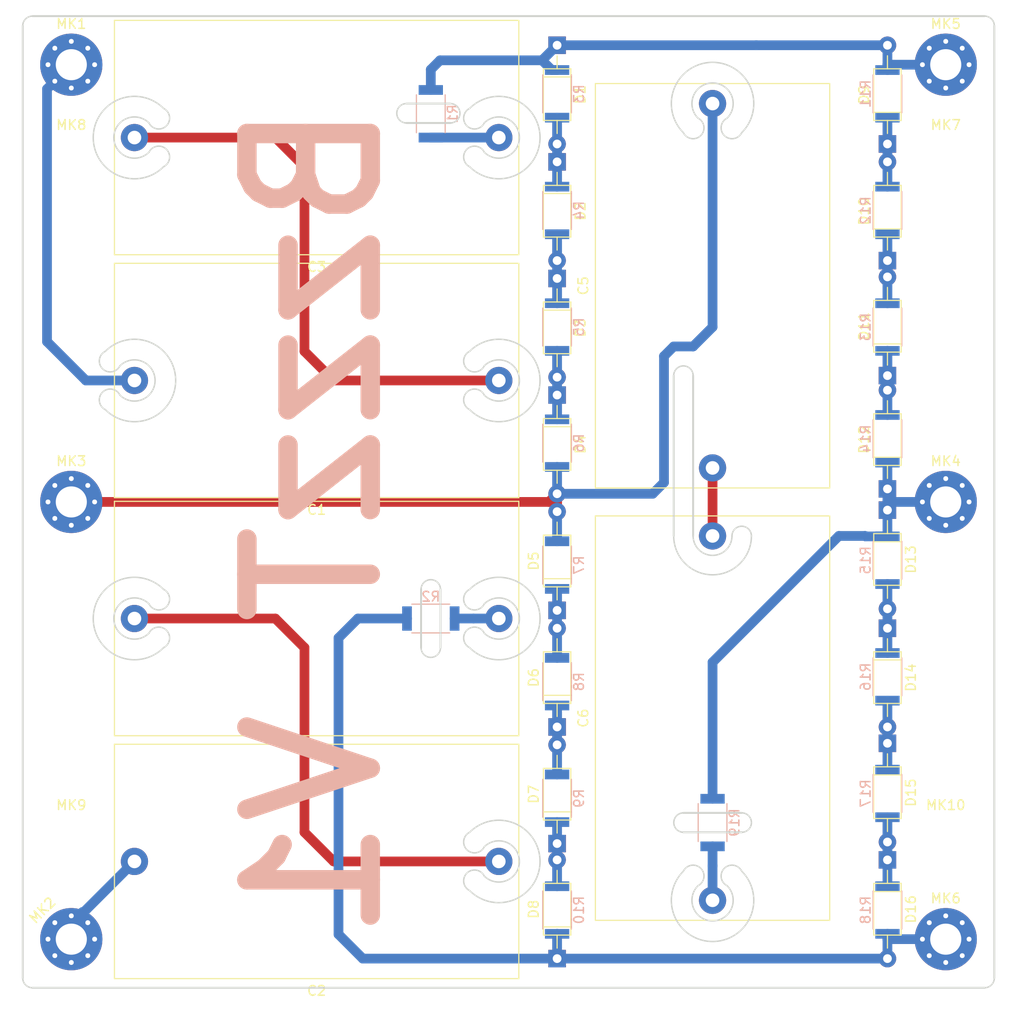
<source format=kicad_pcb>
(kicad_pcb (version 20171130) (host pcbnew "(5.0.0-rc2-119-g896ad3774)")

  (general
    (thickness 1.6)
    (drawings 63)
    (tracks 107)
    (zones 0)
    (modules 51)
    (nets 25)
  )

  (page A4)
  (layers
    (0 F.Cu signal)
    (31 B.Cu signal)
    (32 B.Adhes user hide)
    (33 F.Adhes user hide)
    (34 B.Paste user hide)
    (35 F.Paste user hide)
    (36 B.SilkS user)
    (37 F.SilkS user)
    (38 B.Mask user hide)
    (39 F.Mask user hide)
    (40 Dwgs.User user)
    (41 Cmts.User user)
    (42 Eco1.User user)
    (43 Eco2.User user)
    (44 Edge.Cuts user)
    (45 Margin user)
    (46 B.CrtYd user)
    (47 F.CrtYd user)
    (48 B.Fab user)
    (49 F.Fab user)
  )

  (setup
    (last_trace_width 1)
    (trace_clearance 0.2)
    (zone_clearance 0.508)
    (zone_45_only no)
    (trace_min 0.2)
    (segment_width 0.2)
    (edge_width 0.15)
    (via_size 0.8)
    (via_drill 0.4)
    (via_min_size 0.4)
    (via_min_drill 0.3)
    (uvia_size 0.3)
    (uvia_drill 0.1)
    (uvias_allowed no)
    (uvia_min_size 0.2)
    (uvia_min_drill 0.1)
    (pcb_text_width 0.3)
    (pcb_text_size 1.5 1.5)
    (mod_edge_width 0.15)
    (mod_text_size 1 1)
    (mod_text_width 0.15)
    (pad_size 1.524 1.524)
    (pad_drill 0.762)
    (pad_to_mask_clearance 0.2)
    (aux_axis_origin 0 0)
    (visible_elements FFF9FF1F)
    (pcbplotparams
      (layerselection 0x010fc_ffffffff)
      (usegerberextensions false)
      (usegerberattributes false)
      (usegerberadvancedattributes false)
      (creategerberjobfile false)
      (excludeedgelayer true)
      (linewidth 0.100000)
      (plotframeref false)
      (viasonmask false)
      (mode 1)
      (useauxorigin false)
      (hpglpennumber 1)
      (hpglpenspeed 20)
      (hpglpendiameter 15.000000)
      (psnegative false)
      (psa4output false)
      (plotreference true)
      (plotvalue true)
      (plotinvisibletext false)
      (padsonsilk false)
      (subtractmaskfromsilk false)
      (outputformat 1)
      (mirror false)
      (drillshape 1)
      (scaleselection 1)
      (outputdirectory ""))
  )

  (net 0 "")
  (net 1 "Net-(C4-Pad1)")
  (net 2 "Net-(D11-Pad1)")
  (net 3 "Net-(D10-Pad1)")
  (net 4 "Net-(D10-Pad2)")
  (net 5 "Net-(C5-Pad2)")
  (net 6 "Net-(D3-Pad2)")
  (net 7 "Net-(D2-Pad2)")
  (net 8 "Net-(D1-Pad2)")
  (net 9 "Net-(C3-Pad1)")
  (net 10 "Net-(C1-Pad2)")
  (net 11 "Net-(C1-Pad1)")
  (net 12 "Net-(C5-Pad1)")
  (net 13 "Net-(C2-Pad1)")
  (net 14 "Net-(C2-Pad2)")
  (net 15 "Net-(D1-Pad1)")
  (net 16 "Net-(C6-Pad1)")
  (net 17 "Net-(D12-Pad1)")
  (net 18 "Net-(D16-Pad2)")
  (net 19 "Net-(D15-Pad2)")
  (net 20 "Net-(D14-Pad2)")
  (net 21 "Net-(D13-Pad2)")
  (net 22 "Net-(D6-Pad1)")
  (net 23 "Net-(D7-Pad1)")
  (net 24 "Net-(D5-Pad1)")

  (net_class Default "Dies ist die voreingestellte Netzklasse."
    (clearance 0.2)
    (trace_width 1)
    (via_dia 0.8)
    (via_drill 0.4)
    (uvia_dia 0.3)
    (uvia_drill 0.1)
    (add_net "Net-(C1-Pad1)")
    (add_net "Net-(C1-Pad2)")
    (add_net "Net-(C2-Pad1)")
    (add_net "Net-(C2-Pad2)")
    (add_net "Net-(C3-Pad1)")
    (add_net "Net-(C4-Pad1)")
    (add_net "Net-(C5-Pad1)")
    (add_net "Net-(C5-Pad2)")
    (add_net "Net-(C6-Pad1)")
    (add_net "Net-(D1-Pad1)")
    (add_net "Net-(D1-Pad2)")
    (add_net "Net-(D10-Pad1)")
    (add_net "Net-(D10-Pad2)")
    (add_net "Net-(D11-Pad1)")
    (add_net "Net-(D12-Pad1)")
    (add_net "Net-(D13-Pad2)")
    (add_net "Net-(D14-Pad2)")
    (add_net "Net-(D15-Pad2)")
    (add_net "Net-(D16-Pad2)")
    (add_net "Net-(D2-Pad2)")
    (add_net "Net-(D3-Pad2)")
    (add_net "Net-(D5-Pad1)")
    (add_net "Net-(D6-Pad1)")
    (add_net "Net-(D7-Pad1)")
  )

  (module Mounting_Holes:MountingHole_3.2mm_M3_DIN965 (layer F.Cu) (tedit 56D1B4CB) (tstamp 5C0FED6A)
    (at 110 110)
    (descr "Mounting Hole 3.2mm, no annular, M3, DIN965")
    (tags "mounting hole 3.2mm no annular m3 din965")
    (path /5C15C775)
    (attr virtual)
    (fp_text reference MK9 (at 0 -3.8) (layer F.SilkS)
      (effects (font (size 1 1) (thickness 0.15)))
    )
    (fp_text value Mounting_Hole (at 0 3.8) (layer F.Fab)
      (effects (font (size 1 1) (thickness 0.15)))
    )
    (fp_text user %R (at 0.3 0) (layer F.Fab)
      (effects (font (size 1 1) (thickness 0.15)))
    )
    (fp_circle (center 0 0) (end 2.8 0) (layer Cmts.User) (width 0.15))
    (fp_circle (center 0 0) (end 3.05 0) (layer F.CrtYd) (width 0.05))
    (pad 1 np_thru_hole circle (at 0 0) (size 3.2 3.2) (drill 3.2) (layers *.Cu *.Mask))
  )

  (module Mounting_Holes:MountingHole_3.2mm_M3_DIN965 (layer F.Cu) (tedit 56D1B4CB) (tstamp 5C0FED62)
    (at 110 40)
    (descr "Mounting Hole 3.2mm, no annular, M3, DIN965")
    (tags "mounting hole 3.2mm no annular m3 din965")
    (path /5C15C6F7)
    (attr virtual)
    (fp_text reference MK8 (at 0 -3.8) (layer F.SilkS)
      (effects (font (size 1 1) (thickness 0.15)))
    )
    (fp_text value Mounting_Hole (at 0 3.8) (layer F.Fab)
      (effects (font (size 1 1) (thickness 0.15)))
    )
    (fp_circle (center 0 0) (end 3.05 0) (layer F.CrtYd) (width 0.05))
    (fp_circle (center 0 0) (end 2.8 0) (layer Cmts.User) (width 0.15))
    (fp_text user %R (at 0.3 0) (layer F.Fab)
      (effects (font (size 1 1) (thickness 0.15)))
    )
    (pad 1 np_thru_hole circle (at 0 0) (size 3.2 3.2) (drill 3.2) (layers *.Cu *.Mask))
  )

  (module Mounting_Holes:MountingHole_3.2mm_M3_DIN965 (layer F.Cu) (tedit 56D1B4CB) (tstamp 5C0FED5A)
    (at 200 110)
    (descr "Mounting Hole 3.2mm, no annular, M3, DIN965")
    (tags "mounting hole 3.2mm no annular m3 din965")
    (path /5C15C7F1)
    (attr virtual)
    (fp_text reference MK10 (at 0 -3.8) (layer F.SilkS)
      (effects (font (size 1 1) (thickness 0.15)))
    )
    (fp_text value Mounting_Hole (at 0 3.8) (layer F.Fab)
      (effects (font (size 1 1) (thickness 0.15)))
    )
    (fp_text user %R (at 0.3 0) (layer F.Fab)
      (effects (font (size 1 1) (thickness 0.15)))
    )
    (fp_circle (center 0 0) (end 2.8 0) (layer Cmts.User) (width 0.15))
    (fp_circle (center 0 0) (end 3.05 0) (layer F.CrtYd) (width 0.05))
    (pad 1 np_thru_hole circle (at 0 0) (size 3.2 3.2) (drill 3.2) (layers *.Cu *.Mask))
  )

  (module Mounting_Holes:MountingHole_3.2mm_M3_DIN965 (layer F.Cu) (tedit 56D1B4CB) (tstamp 5C0FED52)
    (at 200 40)
    (descr "Mounting Hole 3.2mm, no annular, M3, DIN965")
    (tags "mounting hole 3.2mm no annular m3 din965")
    (path /5C15BE58)
    (attr virtual)
    (fp_text reference MK7 (at 0 -3.8) (layer F.SilkS)
      (effects (font (size 1 1) (thickness 0.15)))
    )
    (fp_text value Mounting_Hole (at 0 3.8) (layer F.Fab)
      (effects (font (size 1 1) (thickness 0.15)))
    )
    (fp_circle (center 0 0) (end 3.05 0) (layer F.CrtYd) (width 0.05))
    (fp_circle (center 0 0) (end 2.8 0) (layer Cmts.User) (width 0.15))
    (fp_text user %R (at 0.3 0) (layer F.Fab)
      (effects (font (size 1 1) (thickness 0.15)))
    )
    (pad 1 np_thru_hole circle (at 0 0) (size 3.2 3.2) (drill 3.2) (layers *.Cu *.Mask))
  )

  (module Mounting_Holes:MountingHole_3.2mm_M3_Pad_Via (layer F.Cu) (tedit 5C0EF78B) (tstamp 5C0F9EDF)
    (at 110 75)
    (descr "Mounting Hole 3.2mm, M3")
    (tags "mounting hole 3.2mm m3")
    (path /5C15AD08)
    (attr virtual)
    (fp_text reference MK3 (at 0 -4.2) (layer F.SilkS)
      (effects (font (size 1 1) (thickness 0.15)))
    )
    (fp_text value Mounting_Hole_PAD (at 0 4.2) (layer F.Fab)
      (effects (font (size 1 1) (thickness 0.15)))
    )
    (fp_circle (center 0 0) (end 3.45 0) (layer F.CrtYd) (width 0.05))
    (fp_circle (center 0 0) (end 3.2 0) (layer Cmts.User) (width 0.15))
    (fp_text user %R (at 0.3 0) (layer F.Fab)
      (effects (font (size 1 1) (thickness 0.15)))
    )
    (pad "" thru_hole circle (at 1.697056 -1.697056) (size 0.8 0.8) (drill 0.5) (layers *.Cu *.Mask))
    (pad "" thru_hole circle (at 0 -2.4) (size 0.8 0.8) (drill 0.5) (layers *.Cu *.Mask))
    (pad "" thru_hole circle (at -1.697056 -1.697056) (size 0.8 0.8) (drill 0.5) (layers *.Cu *.Mask))
    (pad "" thru_hole circle (at -2.4 0) (size 0.8 0.8) (drill 0.5) (layers *.Cu *.Mask))
    (pad "" thru_hole circle (at -1.697056 1.697056) (size 0.8 0.8) (drill 0.5) (layers *.Cu *.Mask))
    (pad "" thru_hole circle (at 0 2.4) (size 0.8 0.8) (drill 0.5) (layers *.Cu *.Mask))
    (pad "" thru_hole circle (at 1.697056 1.697056) (size 0.8 0.8) (drill 0.5) (layers *.Cu *.Mask))
    (pad 1 thru_hole circle (at 2.4 0) (size 0.8 0.8) (drill 0.5) (layers *.Cu *.Mask)
      (net 5 "Net-(C5-Pad2)"))
    (pad 1 thru_hole circle (at 0 0) (size 6.4 6.4) (drill 3.2) (layers *.Cu *.Mask)
      (net 5 "Net-(C5-Pad2)"))
  )

  (module Mounting_Holes:MountingHole_3.2mm_M3_Pad_Via (layer F.Cu) (tedit 5C0EF77D) (tstamp 5C0F9ECF)
    (at 110 120 45)
    (descr "Mounting Hole 3.2mm, M3")
    (tags "mounting hole 3.2mm m3")
    (path /5C15B080)
    (attr virtual)
    (fp_text reference MK2 (at 0 -4.199999 45) (layer F.SilkS)
      (effects (font (size 1 1) (thickness 0.15)))
    )
    (fp_text value Mounting_Hole_PAD (at 0 4.199999 45) (layer F.Fab)
      (effects (font (size 1 1) (thickness 0.15)))
    )
    (fp_circle (center 0 0) (end 3.449999 0) (layer F.CrtYd) (width 0.05))
    (fp_circle (center 0 0) (end 3.2 0) (layer Cmts.User) (width 0.15))
    (fp_text user %R (at 0.3 0 45) (layer F.Fab)
      (effects (font (size 1 1) (thickness 0.15)))
    )
    (pad 1 thru_hole circle (at 1.697056 -1.697056 45) (size 0.8 0.8) (drill 0.5) (layers *.Cu *.Mask)
      (net 14 "Net-(C2-Pad2)"))
    (pad "" thru_hole circle (at 0 -2.4 45) (size 0.8 0.8) (drill 0.5) (layers *.Cu *.Mask))
    (pad "" thru_hole circle (at -1.697056 -1.697056 45) (size 0.8 0.8) (drill 0.5) (layers *.Cu *.Mask))
    (pad "" thru_hole circle (at -2.4 0 45) (size 0.8 0.8) (drill 0.5) (layers *.Cu *.Mask))
    (pad "" thru_hole circle (at -1.697056 1.697056 45) (size 0.8 0.8) (drill 0.5) (layers *.Cu *.Mask))
    (pad "" thru_hole circle (at 0 2.4 45) (size 0.8 0.8) (drill 0.5) (layers *.Cu *.Mask))
    (pad "" thru_hole circle (at 1.697056 1.697056 45) (size 0.8 0.8) (drill 0.5) (layers *.Cu *.Mask))
    (pad "" thru_hole circle (at 2.4 0 45) (size 0.8 0.8) (drill 0.5) (layers *.Cu *.Mask))
    (pad 1 thru_hole circle (at 0 0 45) (size 6.4 6.4) (drill 3.2) (layers *.Cu *.Mask)
      (net 14 "Net-(C2-Pad2)"))
  )

  (module Mounting_Holes:MountingHole_3.2mm_M3_Pad_Via (layer F.Cu) (tedit 5C0EF76B) (tstamp 5C0F9EFF)
    (at 200 30)
    (descr "Mounting Hole 3.2mm, M3")
    (tags "mounting hole 3.2mm m3")
    (path /5C15AF9A)
    (attr virtual)
    (fp_text reference MK5 (at 0 -4.2) (layer F.SilkS)
      (effects (font (size 1 1) (thickness 0.15)))
    )
    (fp_text value Mounting_Hole_PAD (at 0 4.2) (layer F.Fab)
      (effects (font (size 1 1) (thickness 0.15)))
    )
    (fp_text user %R (at 0.3 0) (layer F.Fab)
      (effects (font (size 1 1) (thickness 0.15)))
    )
    (fp_circle (center 0 0) (end 3.2 0) (layer Cmts.User) (width 0.15))
    (fp_circle (center 0 0) (end 3.45 0) (layer F.CrtYd) (width 0.05))
    (pad 1 thru_hole circle (at 0 0) (size 6.4 6.4) (drill 3.2) (layers *.Cu *.Mask)
      (net 15 "Net-(D1-Pad1)"))
    (pad "" thru_hole circle (at 2.4 0) (size 0.8 0.8) (drill 0.5) (layers *.Cu *.Mask))
    (pad "" thru_hole circle (at 1.697056 1.697056) (size 0.8 0.8) (drill 0.5) (layers *.Cu *.Mask))
    (pad "" thru_hole circle (at 0 2.4) (size 0.8 0.8) (drill 0.5) (layers *.Cu *.Mask))
    (pad "" thru_hole circle (at -1.697056 1.697056) (size 0.8 0.8) (drill 0.5) (layers *.Cu *.Mask))
    (pad 1 thru_hole circle (at -2.4 0) (size 0.8 0.8) (drill 0.5) (layers *.Cu *.Mask)
      (net 15 "Net-(D1-Pad1)"))
    (pad "" thru_hole circle (at -1.697056 -1.697056) (size 0.8 0.8) (drill 0.5) (layers *.Cu *.Mask))
    (pad "" thru_hole circle (at 0 -2.4) (size 0.8 0.8) (drill 0.5) (layers *.Cu *.Mask))
    (pad "" thru_hole circle (at 1.697056 -1.697056) (size 0.8 0.8) (drill 0.5) (layers *.Cu *.Mask))
  )

  (module Mounting_Holes:MountingHole_3.2mm_M3_Pad_Via (layer F.Cu) (tedit 5C0EF755) (tstamp 5C0F9F0F)
    (at 200 120)
    (descr "Mounting Hole 3.2mm, M3")
    (tags "mounting hole 3.2mm m3")
    (path /5C15AEE4)
    (attr virtual)
    (fp_text reference MK6 (at 0 -4.2) (layer F.SilkS)
      (effects (font (size 1 1) (thickness 0.15)))
    )
    (fp_text value Mounting_Hole_PAD (at 0 4.2) (layer F.Fab)
      (effects (font (size 1 1) (thickness 0.15)))
    )
    (fp_circle (center 0 0) (end 3.45 0) (layer F.CrtYd) (width 0.05))
    (fp_circle (center 0 0) (end 3.2 0) (layer Cmts.User) (width 0.15))
    (fp_text user %R (at 0.3 0) (layer F.Fab)
      (effects (font (size 1 1) (thickness 0.15)))
    )
    (pad "" thru_hole circle (at 1.697056 -1.697056) (size 0.8 0.8) (drill 0.5) (layers *.Cu *.Mask))
    (pad "" thru_hole circle (at 0 -2.4) (size 0.8 0.8) (drill 0.5) (layers *.Cu *.Mask))
    (pad "" thru_hole circle (at -1.697056 -1.697056) (size 0.8 0.8) (drill 0.5) (layers *.Cu *.Mask))
    (pad 1 thru_hole circle (at -2.4 0) (size 0.8 0.8) (drill 0.5) (layers *.Cu *.Mask)
      (net 18 "Net-(D16-Pad2)"))
    (pad 1 thru_hole circle (at -1.697056 1.697056) (size 0.8 0.8) (drill 0.5) (layers *.Cu *.Mask)
      (net 18 "Net-(D16-Pad2)"))
    (pad "" thru_hole circle (at 0 2.4) (size 0.8 0.8) (drill 0.5) (layers *.Cu *.Mask))
    (pad "" thru_hole circle (at 1.697056 1.697056) (size 0.8 0.8) (drill 0.5) (layers *.Cu *.Mask))
    (pad "" thru_hole circle (at 2.4 0) (size 0.8 0.8) (drill 0.5) (layers *.Cu *.Mask))
    (pad 1 thru_hole circle (at 0 0) (size 6.4 6.4) (drill 3.2) (layers *.Cu *.Mask)
      (net 18 "Net-(D16-Pad2)"))
  )

  (module Mounting_Holes:MountingHole_3.2mm_M3_Pad_Via (layer F.Cu) (tedit 5C0EF73B) (tstamp 5C0F9EEF)
    (at 200 75)
    (descr "Mounting Hole 3.2mm, M3")
    (tags "mounting hole 3.2mm m3")
    (path /5C15ADD6)
    (attr virtual)
    (fp_text reference MK4 (at 0 -4.2) (layer F.SilkS)
      (effects (font (size 1 1) (thickness 0.15)))
    )
    (fp_text value Mounting_Hole_PAD (at 0 4.2) (layer F.Fab)
      (effects (font (size 1 1) (thickness 0.15)))
    )
    (fp_text user %R (at 0.3 0) (layer F.Fab)
      (effects (font (size 1 1) (thickness 0.15)))
    )
    (fp_circle (center 0 0) (end 3.2 0) (layer Cmts.User) (width 0.15))
    (fp_circle (center 0 0) (end 3.45 0) (layer F.CrtYd) (width 0.05))
    (pad 1 thru_hole circle (at 0 0) (size 6.4 6.4) (drill 3.2) (layers *.Cu *.Mask)
      (net 17 "Net-(D12-Pad1)"))
    (pad "" thru_hole circle (at 2.4 0) (size 0.8 0.8) (drill 0.5) (layers *.Cu *.Mask))
    (pad "" thru_hole circle (at 1.697056 1.697056) (size 0.8 0.8) (drill 0.5) (layers *.Cu *.Mask))
    (pad "" thru_hole circle (at 0 2.4) (size 0.8 0.8) (drill 0.5) (layers *.Cu *.Mask))
    (pad "" thru_hole circle (at -1.697056 1.697056) (size 0.8 0.8) (drill 0.5) (layers *.Cu *.Mask))
    (pad 1 thru_hole circle (at -2.4 0) (size 0.8 0.8) (drill 0.5) (layers *.Cu *.Mask)
      (net 17 "Net-(D12-Pad1)"))
    (pad "" thru_hole circle (at -1.697056 -1.697056) (size 0.8 0.8) (drill 0.5) (layers *.Cu *.Mask))
    (pad "" thru_hole circle (at 0 -2.4) (size 0.8 0.8) (drill 0.5) (layers *.Cu *.Mask))
    (pad "" thru_hole circle (at 1.697056 -1.697056) (size 0.8 0.8) (drill 0.5) (layers *.Cu *.Mask))
  )

  (module Mounting_Holes:MountingHole_3.2mm_M3_Pad_Via (layer F.Cu) (tedit 56DDBCCA) (tstamp 5C0F9EBF)
    (at 110 30)
    (descr "Mounting Hole 3.2mm, M3")
    (tags "mounting hole 3.2mm m3")
    (path /5C14A81D)
    (attr virtual)
    (fp_text reference MK1 (at 0 -4.2) (layer F.SilkS)
      (effects (font (size 1 1) (thickness 0.15)))
    )
    (fp_text value Mounting_Hole_PAD (at 0 4.2) (layer F.Fab)
      (effects (font (size 1 1) (thickness 0.15)))
    )
    (fp_text user %R (at 0.3 0) (layer F.Fab)
      (effects (font (size 1 1) (thickness 0.15)))
    )
    (fp_circle (center 0 0) (end 3.2 0) (layer Cmts.User) (width 0.15))
    (fp_circle (center 0 0) (end 3.45 0) (layer F.CrtYd) (width 0.05))
    (pad 1 thru_hole circle (at 0 0) (size 6.4 6.4) (drill 3.2) (layers *.Cu *.Mask)
      (net 10 "Net-(C1-Pad2)"))
    (pad "" thru_hole circle (at 2.4 0) (size 0.8 0.8) (drill 0.5) (layers *.Cu *.Mask))
    (pad "" thru_hole circle (at 1.697056 1.697056) (size 0.8 0.8) (drill 0.5) (layers *.Cu *.Mask))
    (pad "" thru_hole circle (at 0 2.4) (size 0.8 0.8) (drill 0.5) (layers *.Cu *.Mask))
    (pad "" thru_hole circle (at -1.697056 1.697056) (size 0.8 0.8) (drill 0.5) (layers *.Cu *.Mask))
    (pad "" thru_hole circle (at -2.4 0) (size 0.8 0.8) (drill 0.5) (layers *.Cu *.Mask))
    (pad "" thru_hole circle (at -1.697056 -1.697056) (size 0.8 0.8) (drill 0.5) (layers *.Cu *.Mask))
    (pad "" thru_hole circle (at 0 -2.4) (size 0.8 0.8) (drill 0.5) (layers *.Cu *.Mask))
    (pad "" thru_hole circle (at 1.697056 -1.697056) (size 0.8 0.8) (drill 0.5) (layers *.Cu *.Mask))
  )

  (module Capacitors_THT:C_Rect_L41.5mm_W24.0mm_P37.50mm_MKS4 (layer F.Cu) (tedit 597BC7C2) (tstamp 5C0F2DEF)
    (at 154 112 180)
    (descr "C, Rect series, Radial, pin pitch=37.50mm, , length*width=41.5*24mm^2, Capacitor, http://www.wima.com/EN/WIMA_MKS_4.pdf")
    (tags "C Rect series Radial pin pitch 37.50mm  length 41.5mm width 24mm Capacitor")
    (path /5C105242)
    (fp_text reference C2 (at 18.75 -13.31 180) (layer F.SilkS)
      (effects (font (size 1 1) (thickness 0.15)))
    )
    (fp_text value C (at 18.75 13.31 180) (layer F.Fab)
      (effects (font (size 1 1) (thickness 0.15)))
    )
    (fp_line (start -2 -12) (end -2 12) (layer F.Fab) (width 0.1))
    (fp_line (start -2 12) (end 39.5 12) (layer F.Fab) (width 0.1))
    (fp_line (start 39.5 12) (end 39.5 -12) (layer F.Fab) (width 0.1))
    (fp_line (start 39.5 -12) (end -2 -12) (layer F.Fab) (width 0.1))
    (fp_line (start -2.06 -12.06) (end 39.56 -12.06) (layer F.SilkS) (width 0.12))
    (fp_line (start -2.06 12.06) (end 39.56 12.06) (layer F.SilkS) (width 0.12))
    (fp_line (start -2.06 -12.06) (end -2.06 12.06) (layer F.SilkS) (width 0.12))
    (fp_line (start 39.56 -12.06) (end 39.56 12.06) (layer F.SilkS) (width 0.12))
    (fp_line (start -2.35 -12.35) (end -2.35 12.35) (layer F.CrtYd) (width 0.05))
    (fp_line (start -2.35 12.35) (end 39.85 12.35) (layer F.CrtYd) (width 0.05))
    (fp_line (start 39.85 12.35) (end 39.85 -12.35) (layer F.CrtYd) (width 0.05))
    (fp_line (start 39.85 -12.35) (end -2.35 -12.35) (layer F.CrtYd) (width 0.05))
    (fp_text user %R (at 18.75 1.5 180) (layer F.Fab)
      (effects (font (size 1 1) (thickness 0.15)))
    )
    (pad 1 thru_hole circle (at 0 0 180) (size 2.8 2.8) (drill 1.4) (layers *.Cu *.Mask)
      (net 13 "Net-(C2-Pad1)"))
    (pad 2 thru_hole circle (at 37.5 0 180) (size 2.8 2.8) (drill 1.4) (layers *.Cu *.Mask)
      (net 14 "Net-(C2-Pad2)"))
    (model ${KISYS3DMOD}/Capacitors_THT.3dshapes/C_Rect_L41.5mm_W24.0mm_P37.50mm_MKS4.wrl
      (at (xyz 0 0 0))
      (scale (xyz 1 1 1))
      (rotate (xyz 0 0 0))
    )
  )

  (module Capacitors_THT:C_Rect_L41.5mm_W24.0mm_P37.50mm_MKS4 (layer F.Cu) (tedit 597BC7C2) (tstamp 5C0F2DDC)
    (at 154 37.5 180)
    (descr "C, Rect series, Radial, pin pitch=37.50mm, , length*width=41.5*24mm^2, Capacitor, http://www.wima.com/EN/WIMA_MKS_4.pdf")
    (tags "C Rect series Radial pin pitch 37.50mm  length 41.5mm width 24mm Capacitor")
    (path /5C0F754C)
    (fp_text reference C3 (at 18.75 -13.31 180) (layer F.SilkS)
      (effects (font (size 1 1) (thickness 0.15)))
    )
    (fp_text value C (at 18.75 13.31 180) (layer F.Fab)
      (effects (font (size 1 1) (thickness 0.15)))
    )
    (fp_text user %R (at 18.75 0 180) (layer F.Fab)
      (effects (font (size 1 1) (thickness 0.15)))
    )
    (fp_line (start 39.85 -12.35) (end -2.35 -12.35) (layer F.CrtYd) (width 0.05))
    (fp_line (start 39.85 12.35) (end 39.85 -12.35) (layer F.CrtYd) (width 0.05))
    (fp_line (start -2.35 12.35) (end 39.85 12.35) (layer F.CrtYd) (width 0.05))
    (fp_line (start -2.35 -12.35) (end -2.35 12.35) (layer F.CrtYd) (width 0.05))
    (fp_line (start 39.56 -12.06) (end 39.56 12.06) (layer F.SilkS) (width 0.12))
    (fp_line (start -2.06 -12.06) (end -2.06 12.06) (layer F.SilkS) (width 0.12))
    (fp_line (start -2.06 12.06) (end 39.56 12.06) (layer F.SilkS) (width 0.12))
    (fp_line (start -2.06 -12.06) (end 39.56 -12.06) (layer F.SilkS) (width 0.12))
    (fp_line (start 39.5 -12) (end -2 -12) (layer F.Fab) (width 0.1))
    (fp_line (start 39.5 12) (end 39.5 -12) (layer F.Fab) (width 0.1))
    (fp_line (start -2 12) (end 39.5 12) (layer F.Fab) (width 0.1))
    (fp_line (start -2 -12) (end -2 12) (layer F.Fab) (width 0.1))
    (pad 2 thru_hole circle (at 37.5 0 180) (size 2.8 2.8) (drill 1.4) (layers *.Cu *.Mask)
      (net 11 "Net-(C1-Pad1)"))
    (pad 1 thru_hole circle (at 0 0 180) (size 2.8 2.8) (drill 1.4) (layers *.Cu *.Mask)
      (net 9 "Net-(C3-Pad1)"))
    (model ${KISYS3DMOD}/Capacitors_THT.3dshapes/C_Rect_L41.5mm_W24.0mm_P37.50mm_MKS4.wrl
      (at (xyz 0 0 0))
      (scale (xyz 1 1 1))
      (rotate (xyz 0 0 0))
    )
  )

  (module Capacitors_THT:C_Rect_L41.5mm_W24.0mm_P37.50mm_MKS4 (layer F.Cu) (tedit 597BC7C2) (tstamp 5C0F2DC9)
    (at 154 87 180)
    (descr "C, Rect series, Radial, pin pitch=37.50mm, , length*width=41.5*24mm^2, Capacitor, http://www.wima.com/EN/WIMA_MKS_4.pdf")
    (tags "C Rect series Radial pin pitch 37.50mm  length 41.5mm width 24mm Capacitor")
    (path /5C105248)
    (fp_text reference C4 (at 18.75 -13.31 180) (layer F.SilkS)
      (effects (font (size 1 1) (thickness 0.15)))
    )
    (fp_text value C (at 18.75 13.31 180) (layer F.Fab)
      (effects (font (size 1 1) (thickness 0.15)))
    )
    (fp_line (start -2 -12) (end -2 12) (layer F.Fab) (width 0.1))
    (fp_line (start -2 12) (end 39.5 12) (layer F.Fab) (width 0.1))
    (fp_line (start 39.5 12) (end 39.5 -12) (layer F.Fab) (width 0.1))
    (fp_line (start 39.5 -12) (end -2 -12) (layer F.Fab) (width 0.1))
    (fp_line (start -2.06 -12.06) (end 39.56 -12.06) (layer F.SilkS) (width 0.12))
    (fp_line (start -2.06 12.06) (end 39.56 12.06) (layer F.SilkS) (width 0.12))
    (fp_line (start -2.06 -12.06) (end -2.06 12.06) (layer F.SilkS) (width 0.12))
    (fp_line (start 39.56 -12.06) (end 39.56 12.06) (layer F.SilkS) (width 0.12))
    (fp_line (start -2.35 -12.35) (end -2.35 12.35) (layer F.CrtYd) (width 0.05))
    (fp_line (start -2.35 12.35) (end 39.85 12.35) (layer F.CrtYd) (width 0.05))
    (fp_line (start 39.85 12.35) (end 39.85 -12.35) (layer F.CrtYd) (width 0.05))
    (fp_line (start 39.85 -12.35) (end -2.35 -12.35) (layer F.CrtYd) (width 0.05))
    (fp_text user %R (at 18.75 0 180) (layer F.Fab)
      (effects (font (size 1 1) (thickness 0.15)))
    )
    (pad 1 thru_hole circle (at 0 0 180) (size 2.8 2.8) (drill 1.4) (layers *.Cu *.Mask)
      (net 1 "Net-(C4-Pad1)"))
    (pad 2 thru_hole circle (at 37.5 0 180) (size 2.8 2.8) (drill 1.4) (layers *.Cu *.Mask)
      (net 13 "Net-(C2-Pad1)"))
    (model ${KISYS3DMOD}/Capacitors_THT.3dshapes/C_Rect_L41.5mm_W24.0mm_P37.50mm_MKS4.wrl
      (at (xyz 0 0 0))
      (scale (xyz 1 1 1))
      (rotate (xyz 0 0 0))
    )
  )

  (module Capacitors_THT:C_Rect_L41.5mm_W24.0mm_P37.50mm_MKS4 (layer F.Cu) (tedit 597BC7C2) (tstamp 5C0F2DB6)
    (at 176 71.5 90)
    (descr "C, Rect series, Radial, pin pitch=37.50mm, , length*width=41.5*24mm^2, Capacitor, http://www.wima.com/EN/WIMA_MKS_4.pdf")
    (tags "C Rect series Radial pin pitch 37.50mm  length 41.5mm width 24mm Capacitor")
    (path /5C0F82CD)
    (fp_text reference C5 (at 18.75 -13.31 90) (layer F.SilkS)
      (effects (font (size 1 1) (thickness 0.15)))
    )
    (fp_text value C (at 18.75 13.31 90) (layer F.Fab)
      (effects (font (size 1 1) (thickness 0.15)))
    )
    (fp_text user %R (at 18.75 0 90) (layer F.Fab)
      (effects (font (size 1 1) (thickness 0.15)))
    )
    (fp_line (start 39.85 -12.35) (end -2.35 -12.35) (layer F.CrtYd) (width 0.05))
    (fp_line (start 39.85 12.35) (end 39.85 -12.35) (layer F.CrtYd) (width 0.05))
    (fp_line (start -2.35 12.35) (end 39.85 12.35) (layer F.CrtYd) (width 0.05))
    (fp_line (start -2.35 -12.35) (end -2.35 12.35) (layer F.CrtYd) (width 0.05))
    (fp_line (start 39.56 -12.06) (end 39.56 12.06) (layer F.SilkS) (width 0.12))
    (fp_line (start -2.06 -12.06) (end -2.06 12.06) (layer F.SilkS) (width 0.12))
    (fp_line (start -2.06 12.06) (end 39.56 12.06) (layer F.SilkS) (width 0.12))
    (fp_line (start -2.06 -12.06) (end 39.56 -12.06) (layer F.SilkS) (width 0.12))
    (fp_line (start 39.5 -12) (end -2 -12) (layer F.Fab) (width 0.1))
    (fp_line (start 39.5 12) (end 39.5 -12) (layer F.Fab) (width 0.1))
    (fp_line (start -2 12) (end 39.5 12) (layer F.Fab) (width 0.1))
    (fp_line (start -2 -12) (end -2 12) (layer F.Fab) (width 0.1))
    (pad 2 thru_hole circle (at 37.5 0 90) (size 2.8 2.8) (drill 1.4) (layers *.Cu *.Mask)
      (net 5 "Net-(C5-Pad2)"))
    (pad 1 thru_hole circle (at 0 0 90) (size 2.8 2.8) (drill 1.4) (layers *.Cu *.Mask)
      (net 12 "Net-(C5-Pad1)"))
    (model ${KISYS3DMOD}/Capacitors_THT.3dshapes/C_Rect_L41.5mm_W24.0mm_P37.50mm_MKS4.wrl
      (at (xyz 0 0 0))
      (scale (xyz 1 1 1))
      (rotate (xyz 0 0 0))
    )
  )

  (module Capacitors_THT:C_Rect_L41.5mm_W24.0mm_P37.50mm_MKS4 (layer F.Cu) (tedit 597BC7C2) (tstamp 5C0F2DA3)
    (at 176 116 90)
    (descr "C, Rect series, Radial, pin pitch=37.50mm, , length*width=41.5*24mm^2, Capacitor, http://www.wima.com/EN/WIMA_MKS_4.pdf")
    (tags "C Rect series Radial pin pitch 37.50mm  length 41.5mm width 24mm Capacitor")
    (path /5C0F82D3)
    (fp_text reference C6 (at 18.75 -13.31 90) (layer F.SilkS)
      (effects (font (size 1 1) (thickness 0.15)))
    )
    (fp_text value C (at 18.75 13.31 90) (layer F.Fab)
      (effects (font (size 1 1) (thickness 0.15)))
    )
    (fp_line (start -2 -12) (end -2 12) (layer F.Fab) (width 0.1))
    (fp_line (start -2 12) (end 39.5 12) (layer F.Fab) (width 0.1))
    (fp_line (start 39.5 12) (end 39.5 -12) (layer F.Fab) (width 0.1))
    (fp_line (start 39.5 -12) (end -2 -12) (layer F.Fab) (width 0.1))
    (fp_line (start -2.06 -12.06) (end 39.56 -12.06) (layer F.SilkS) (width 0.12))
    (fp_line (start -2.06 12.06) (end 39.56 12.06) (layer F.SilkS) (width 0.12))
    (fp_line (start -2.06 -12.06) (end -2.06 12.06) (layer F.SilkS) (width 0.12))
    (fp_line (start 39.56 -12.06) (end 39.56 12.06) (layer F.SilkS) (width 0.12))
    (fp_line (start -2.35 -12.35) (end -2.35 12.35) (layer F.CrtYd) (width 0.05))
    (fp_line (start -2.35 12.35) (end 39.85 12.35) (layer F.CrtYd) (width 0.05))
    (fp_line (start 39.85 12.35) (end 39.85 -12.35) (layer F.CrtYd) (width 0.05))
    (fp_line (start 39.85 -12.35) (end -2.35 -12.35) (layer F.CrtYd) (width 0.05))
    (fp_text user %R (at 18.75 0 90) (layer F.Fab)
      (effects (font (size 1 1) (thickness 0.15)))
    )
    (pad 1 thru_hole circle (at 0 0 90) (size 2.8 2.8) (drill 1.4) (layers *.Cu *.Mask)
      (net 16 "Net-(C6-Pad1)"))
    (pad 2 thru_hole circle (at 37.5 0 90) (size 2.8 2.8) (drill 1.4) (layers *.Cu *.Mask)
      (net 12 "Net-(C5-Pad1)"))
    (model ${KISYS3DMOD}/Capacitors_THT.3dshapes/C_Rect_L41.5mm_W24.0mm_P37.50mm_MKS4.wrl
      (at (xyz 0 0 0))
      (scale (xyz 1 1 1))
      (rotate (xyz 0 0 0))
    )
  )

  (module Capacitors_THT:C_Rect_L41.5mm_W24.0mm_P37.50mm_MKS4 (layer F.Cu) (tedit 597BC7C2) (tstamp 5C0F2D1E)
    (at 154 62.5 180)
    (descr "C, Rect series, Radial, pin pitch=37.50mm, , length*width=41.5*24mm^2, Capacitor, http://www.wima.com/EN/WIMA_MKS_4.pdf")
    (tags "C Rect series Radial pin pitch 37.50mm  length 41.5mm width 24mm Capacitor")
    (path /5C0F6D32)
    (fp_text reference C1 (at 18.75 -13.31 180) (layer F.SilkS)
      (effects (font (size 1 1) (thickness 0.15)))
    )
    (fp_text value C (at 18.75 13.31 180) (layer F.Fab)
      (effects (font (size 1 1) (thickness 0.15)))
    )
    (fp_text user %R (at 18.75 0 180) (layer F.Fab)
      (effects (font (size 1 1) (thickness 0.15)))
    )
    (fp_line (start 39.85 -12.35) (end -2.35 -12.35) (layer F.CrtYd) (width 0.05))
    (fp_line (start 39.85 12.35) (end 39.85 -12.35) (layer F.CrtYd) (width 0.05))
    (fp_line (start -2.35 12.35) (end 39.85 12.35) (layer F.CrtYd) (width 0.05))
    (fp_line (start -2.35 -12.35) (end -2.35 12.35) (layer F.CrtYd) (width 0.05))
    (fp_line (start 39.56 -12.06) (end 39.56 12.06) (layer F.SilkS) (width 0.12))
    (fp_line (start -2.06 -12.06) (end -2.06 12.06) (layer F.SilkS) (width 0.12))
    (fp_line (start -2.06 12.06) (end 39.56 12.06) (layer F.SilkS) (width 0.12))
    (fp_line (start -2.06 -12.06) (end 39.56 -12.06) (layer F.SilkS) (width 0.12))
    (fp_line (start 39.5 -12) (end -2 -12) (layer F.Fab) (width 0.1))
    (fp_line (start 39.5 12) (end 39.5 -12) (layer F.Fab) (width 0.1))
    (fp_line (start -2 12) (end 39.5 12) (layer F.Fab) (width 0.1))
    (fp_line (start -2 -12) (end -2 12) (layer F.Fab) (width 0.1))
    (pad 2 thru_hole circle (at 37.5 0 180) (size 2.8 2.8) (drill 1.4) (layers *.Cu *.Mask)
      (net 10 "Net-(C1-Pad2)"))
    (pad 1 thru_hole circle (at 0 0 180) (size 2.8 2.8) (drill 1.4) (layers *.Cu *.Mask)
      (net 11 "Net-(C1-Pad1)"))
    (model ${KISYS3DMOD}/Capacitors_THT.3dshapes/C_Rect_L41.5mm_W24.0mm_P37.50mm_MKS4.wrl
      (at (xyz 0 0 0))
      (scale (xyz 1 1 1))
      (rotate (xyz 0 0 0))
    )
  )

  (module Diodes_THT:D_A-405_P10.16mm_Horizontal (layer F.Cu) (tedit 5921392E) (tstamp 5C0F2D0B)
    (at 160 64 270)
    (descr "D, A-405 series, Axial, Horizontal, pin pitch=10.16mm, , length*diameter=5.2*2.7mm^2, , http://www.diodes.com/_files/packages/A-405.pdf")
    (tags "D A-405 series Axial Horizontal pin pitch 10.16mm  length 5.2mm diameter 2.7mm")
    (path /5C0F70AC)
    (fp_text reference D4 (at 5.08 -2.41 270) (layer F.SilkS)
      (effects (font (size 1 1) (thickness 0.15)))
    )
    (fp_text value D (at 5.08 2.41 270) (layer F.Fab)
      (effects (font (size 1 1) (thickness 0.15)))
    )
    (fp_text user %R (at 5.08 0 270) (layer F.Fab)
      (effects (font (size 1 1) (thickness 0.15)))
    )
    (fp_line (start 2.48 -1.35) (end 2.48 1.35) (layer F.Fab) (width 0.1))
    (fp_line (start 2.48 1.35) (end 7.68 1.35) (layer F.Fab) (width 0.1))
    (fp_line (start 7.68 1.35) (end 7.68 -1.35) (layer F.Fab) (width 0.1))
    (fp_line (start 7.68 -1.35) (end 2.48 -1.35) (layer F.Fab) (width 0.1))
    (fp_line (start 0 0) (end 2.48 0) (layer F.Fab) (width 0.1))
    (fp_line (start 10.16 0) (end 7.68 0) (layer F.Fab) (width 0.1))
    (fp_line (start 3.26 -1.35) (end 3.26 1.35) (layer F.Fab) (width 0.1))
    (fp_line (start 2.42 -1.41) (end 2.42 1.41) (layer F.SilkS) (width 0.12))
    (fp_line (start 2.42 1.41) (end 7.74 1.41) (layer F.SilkS) (width 0.12))
    (fp_line (start 7.74 1.41) (end 7.74 -1.41) (layer F.SilkS) (width 0.12))
    (fp_line (start 7.74 -1.41) (end 2.42 -1.41) (layer F.SilkS) (width 0.12))
    (fp_line (start 1.08 0) (end 2.42 0) (layer F.SilkS) (width 0.12))
    (fp_line (start 9.08 0) (end 7.74 0) (layer F.SilkS) (width 0.12))
    (fp_line (start 3.26 -1.41) (end 3.26 1.41) (layer F.SilkS) (width 0.12))
    (fp_line (start -1.15 -1.7) (end -1.15 1.7) (layer F.CrtYd) (width 0.05))
    (fp_line (start -1.15 1.7) (end 11.35 1.7) (layer F.CrtYd) (width 0.05))
    (fp_line (start 11.35 1.7) (end 11.35 -1.7) (layer F.CrtYd) (width 0.05))
    (fp_line (start 11.35 -1.7) (end -1.15 -1.7) (layer F.CrtYd) (width 0.05))
    (pad 1 thru_hole rect (at 0 0 270) (size 1.8 1.8) (drill 0.9) (layers *.Cu *.Mask)
      (net 6 "Net-(D3-Pad2)"))
    (pad 2 thru_hole oval (at 10.16 0 270) (size 1.8 1.8) (drill 0.9) (layers *.Cu *.Mask)
      (net 5 "Net-(C5-Pad2)"))
    (model ${KISYS3DMOD}/Diodes_THT.3dshapes/D_A-405_P10.16mm_Horizontal.wrl
      (at (xyz 0 0 0))
      (scale (xyz 0.393701 0.393701 0.393701))
      (rotate (xyz 0 0 0))
    )
  )

  (module Diodes_THT:D_A-405_P10.16mm_Horizontal (layer F.Cu) (tedit 5921392E) (tstamp 5C0F2CF2)
    (at 194 73.66 90)
    (descr "D, A-405 series, Axial, Horizontal, pin pitch=10.16mm, , length*diameter=5.2*2.7mm^2, , http://www.diodes.com/_files/packages/A-405.pdf")
    (tags "D A-405 series Axial Horizontal pin pitch 10.16mm  length 5.2mm diameter 2.7mm")
    (path /5C0F97C9)
    (fp_text reference D12 (at 5.08 -2.41 90) (layer F.SilkS)
      (effects (font (size 1 1) (thickness 0.15)))
    )
    (fp_text value D (at 5.08 2.41 90) (layer F.Fab)
      (effects (font (size 1 1) (thickness 0.15)))
    )
    (fp_line (start 11.35 -1.7) (end -1.15 -1.7) (layer F.CrtYd) (width 0.05))
    (fp_line (start 11.35 1.7) (end 11.35 -1.7) (layer F.CrtYd) (width 0.05))
    (fp_line (start -1.15 1.7) (end 11.35 1.7) (layer F.CrtYd) (width 0.05))
    (fp_line (start -1.15 -1.7) (end -1.15 1.7) (layer F.CrtYd) (width 0.05))
    (fp_line (start 3.26 -1.41) (end 3.26 1.41) (layer F.SilkS) (width 0.12))
    (fp_line (start 9.08 0) (end 7.74 0) (layer F.SilkS) (width 0.12))
    (fp_line (start 1.08 0) (end 2.42 0) (layer F.SilkS) (width 0.12))
    (fp_line (start 7.74 -1.41) (end 2.42 -1.41) (layer F.SilkS) (width 0.12))
    (fp_line (start 7.74 1.41) (end 7.74 -1.41) (layer F.SilkS) (width 0.12))
    (fp_line (start 2.42 1.41) (end 7.74 1.41) (layer F.SilkS) (width 0.12))
    (fp_line (start 2.42 -1.41) (end 2.42 1.41) (layer F.SilkS) (width 0.12))
    (fp_line (start 3.26 -1.35) (end 3.26 1.35) (layer F.Fab) (width 0.1))
    (fp_line (start 10.16 0) (end 7.68 0) (layer F.Fab) (width 0.1))
    (fp_line (start 0 0) (end 2.48 0) (layer F.Fab) (width 0.1))
    (fp_line (start 7.68 -1.35) (end 2.48 -1.35) (layer F.Fab) (width 0.1))
    (fp_line (start 7.68 1.35) (end 7.68 -1.35) (layer F.Fab) (width 0.1))
    (fp_line (start 2.48 1.35) (end 7.68 1.35) (layer F.Fab) (width 0.1))
    (fp_line (start 2.48 -1.35) (end 2.48 1.35) (layer F.Fab) (width 0.1))
    (fp_text user %R (at 5.08 0 90) (layer F.Fab)
      (effects (font (size 1 1) (thickness 0.15)))
    )
    (pad 2 thru_hole oval (at 10.16 0 90) (size 1.8 1.8) (drill 0.9) (layers *.Cu *.Mask)
      (net 2 "Net-(D11-Pad1)"))
    (pad 1 thru_hole rect (at 0 0 90) (size 1.8 1.8) (drill 0.9) (layers *.Cu *.Mask)
      (net 17 "Net-(D12-Pad1)"))
    (model ${KISYS3DMOD}/Diodes_THT.3dshapes/D_A-405_P10.16mm_Horizontal.wrl
      (at (xyz 0 0 0))
      (scale (xyz 0.393701 0.393701 0.393701))
      (rotate (xyz 0 0 0))
    )
  )

  (module Diodes_THT:D_A-405_P10.16mm_Horizontal (layer F.Cu) (tedit 5921392E) (tstamp 5C0F2CD9)
    (at 194 50.16 90)
    (descr "D, A-405 series, Axial, Horizontal, pin pitch=10.16mm, , length*diameter=5.2*2.7mm^2, , http://www.diodes.com/_files/packages/A-405.pdf")
    (tags "D A-405 series Axial Horizontal pin pitch 10.16mm  length 5.2mm diameter 2.7mm")
    (path /5C0F97E5)
    (fp_text reference D10 (at 5.08 -2.41 90) (layer F.SilkS)
      (effects (font (size 1 1) (thickness 0.15)))
    )
    (fp_text value D (at 5.08 2.41 90) (layer F.Fab)
      (effects (font (size 1 1) (thickness 0.15)))
    )
    (fp_text user %R (at 5.08 0 90) (layer F.Fab)
      (effects (font (size 1 1) (thickness 0.15)))
    )
    (fp_line (start 2.48 -1.35) (end 2.48 1.35) (layer F.Fab) (width 0.1))
    (fp_line (start 2.48 1.35) (end 7.68 1.35) (layer F.Fab) (width 0.1))
    (fp_line (start 7.68 1.35) (end 7.68 -1.35) (layer F.Fab) (width 0.1))
    (fp_line (start 7.68 -1.35) (end 2.48 -1.35) (layer F.Fab) (width 0.1))
    (fp_line (start 0 0) (end 2.48 0) (layer F.Fab) (width 0.1))
    (fp_line (start 10.16 0) (end 7.68 0) (layer F.Fab) (width 0.1))
    (fp_line (start 3.26 -1.35) (end 3.26 1.35) (layer F.Fab) (width 0.1))
    (fp_line (start 2.42 -1.41) (end 2.42 1.41) (layer F.SilkS) (width 0.12))
    (fp_line (start 2.42 1.41) (end 7.74 1.41) (layer F.SilkS) (width 0.12))
    (fp_line (start 7.74 1.41) (end 7.74 -1.41) (layer F.SilkS) (width 0.12))
    (fp_line (start 7.74 -1.41) (end 2.42 -1.41) (layer F.SilkS) (width 0.12))
    (fp_line (start 1.08 0) (end 2.42 0) (layer F.SilkS) (width 0.12))
    (fp_line (start 9.08 0) (end 7.74 0) (layer F.SilkS) (width 0.12))
    (fp_line (start 3.26 -1.41) (end 3.26 1.41) (layer F.SilkS) (width 0.12))
    (fp_line (start -1.15 -1.7) (end -1.15 1.7) (layer F.CrtYd) (width 0.05))
    (fp_line (start -1.15 1.7) (end 11.35 1.7) (layer F.CrtYd) (width 0.05))
    (fp_line (start 11.35 1.7) (end 11.35 -1.7) (layer F.CrtYd) (width 0.05))
    (fp_line (start 11.35 -1.7) (end -1.15 -1.7) (layer F.CrtYd) (width 0.05))
    (pad 1 thru_hole rect (at 0 0 90) (size 1.8 1.8) (drill 0.9) (layers *.Cu *.Mask)
      (net 3 "Net-(D10-Pad1)"))
    (pad 2 thru_hole oval (at 10.16 0 90) (size 1.8 1.8) (drill 0.9) (layers *.Cu *.Mask)
      (net 4 "Net-(D10-Pad2)"))
    (model ${KISYS3DMOD}/Diodes_THT.3dshapes/D_A-405_P10.16mm_Horizontal.wrl
      (at (xyz 0 0 0))
      (scale (xyz 0.393701 0.393701 0.393701))
      (rotate (xyz 0 0 0))
    )
  )

  (module Diodes_THT:D_A-405_P10.16mm_Horizontal (layer F.Cu) (tedit 5921392E) (tstamp 5C0F2CC0)
    (at 194 38.16 90)
    (descr "D, A-405 series, Axial, Horizontal, pin pitch=10.16mm, , length*diameter=5.2*2.7mm^2, , http://www.diodes.com/_files/packages/A-405.pdf")
    (tags "D A-405 series Axial Horizontal pin pitch 10.16mm  length 5.2mm diameter 2.7mm")
    (path /5C0F97F3)
    (fp_text reference D9 (at 5.08 -2.41 90) (layer F.SilkS)
      (effects (font (size 1 1) (thickness 0.15)))
    )
    (fp_text value D (at 5.08 2.41 90) (layer F.Fab)
      (effects (font (size 1 1) (thickness 0.15)))
    )
    (fp_line (start 11.35 -1.7) (end -1.15 -1.7) (layer F.CrtYd) (width 0.05))
    (fp_line (start 11.35 1.7) (end 11.35 -1.7) (layer F.CrtYd) (width 0.05))
    (fp_line (start -1.15 1.7) (end 11.35 1.7) (layer F.CrtYd) (width 0.05))
    (fp_line (start -1.15 -1.7) (end -1.15 1.7) (layer F.CrtYd) (width 0.05))
    (fp_line (start 3.26 -1.41) (end 3.26 1.41) (layer F.SilkS) (width 0.12))
    (fp_line (start 9.08 0) (end 7.74 0) (layer F.SilkS) (width 0.12))
    (fp_line (start 1.08 0) (end 2.42 0) (layer F.SilkS) (width 0.12))
    (fp_line (start 7.74 -1.41) (end 2.42 -1.41) (layer F.SilkS) (width 0.12))
    (fp_line (start 7.74 1.41) (end 7.74 -1.41) (layer F.SilkS) (width 0.12))
    (fp_line (start 2.42 1.41) (end 7.74 1.41) (layer F.SilkS) (width 0.12))
    (fp_line (start 2.42 -1.41) (end 2.42 1.41) (layer F.SilkS) (width 0.12))
    (fp_line (start 3.26 -1.35) (end 3.26 1.35) (layer F.Fab) (width 0.1))
    (fp_line (start 10.16 0) (end 7.68 0) (layer F.Fab) (width 0.1))
    (fp_line (start 0 0) (end 2.48 0) (layer F.Fab) (width 0.1))
    (fp_line (start 7.68 -1.35) (end 2.48 -1.35) (layer F.Fab) (width 0.1))
    (fp_line (start 7.68 1.35) (end 7.68 -1.35) (layer F.Fab) (width 0.1))
    (fp_line (start 2.48 1.35) (end 7.68 1.35) (layer F.Fab) (width 0.1))
    (fp_line (start 2.48 -1.35) (end 2.48 1.35) (layer F.Fab) (width 0.1))
    (fp_text user %R (at 5.08 0 90) (layer F.Fab)
      (effects (font (size 1 1) (thickness 0.15)))
    )
    (pad 2 thru_hole oval (at 10.16 0 90) (size 1.8 1.8) (drill 0.9) (layers *.Cu *.Mask)
      (net 15 "Net-(D1-Pad1)"))
    (pad 1 thru_hole rect (at 0 0 90) (size 1.8 1.8) (drill 0.9) (layers *.Cu *.Mask)
      (net 4 "Net-(D10-Pad2)"))
    (model ${KISYS3DMOD}/Diodes_THT.3dshapes/D_A-405_P10.16mm_Horizontal.wrl
      (at (xyz 0 0 0))
      (scale (xyz 0.393701 0.393701 0.393701))
      (rotate (xyz 0 0 0))
    )
  )

  (module Diodes_THT:D_A-405_P10.16mm_Horizontal (layer F.Cu) (tedit 5921392E) (tstamp 5C0FAA4B)
    (at 160 122 90)
    (descr "D, A-405 series, Axial, Horizontal, pin pitch=10.16mm, , length*diameter=5.2*2.7mm^2, , http://www.diodes.com/_files/packages/A-405.pdf")
    (tags "D A-405 series Axial Horizontal pin pitch 10.16mm  length 5.2mm diameter 2.7mm")
    (path /5C0FBEC7)
    (fp_text reference D8 (at 5.08 -2.41 90) (layer F.SilkS)
      (effects (font (size 1 1) (thickness 0.15)))
    )
    (fp_text value D (at 5.08 2.41 90) (layer F.Fab)
      (effects (font (size 1 1) (thickness 0.15)))
    )
    (fp_text user %R (at 5.08 0 45) (layer F.Fab)
      (effects (font (size 1 1) (thickness 0.15)))
    )
    (fp_line (start 2.48 -1.35) (end 2.48 1.35) (layer F.Fab) (width 0.1))
    (fp_line (start 2.48 1.35) (end 7.68 1.35) (layer F.Fab) (width 0.1))
    (fp_line (start 7.68 1.35) (end 7.68 -1.35) (layer F.Fab) (width 0.1))
    (fp_line (start 7.68 -1.35) (end 2.48 -1.35) (layer F.Fab) (width 0.1))
    (fp_line (start 0 0) (end 2.48 0) (layer F.Fab) (width 0.1))
    (fp_line (start 10.16 0) (end 7.68 0) (layer F.Fab) (width 0.1))
    (fp_line (start 3.26 -1.35) (end 3.26 1.35) (layer F.Fab) (width 0.1))
    (fp_line (start 2.42 -1.41) (end 2.42 1.41) (layer F.SilkS) (width 0.12))
    (fp_line (start 2.42 1.41) (end 7.74 1.41) (layer F.SilkS) (width 0.12))
    (fp_line (start 7.74 1.41) (end 7.74 -1.41) (layer F.SilkS) (width 0.12))
    (fp_line (start 7.74 -1.41) (end 2.42 -1.41) (layer F.SilkS) (width 0.12))
    (fp_line (start 1.08 0) (end 2.42 0) (layer F.SilkS) (width 0.12))
    (fp_line (start 9.08 0) (end 7.74 0) (layer F.SilkS) (width 0.12))
    (fp_line (start 3.26 -1.41) (end 3.26 1.41) (layer F.SilkS) (width 0.12))
    (fp_line (start -1.15 -1.7) (end -1.15 1.7) (layer F.CrtYd) (width 0.05))
    (fp_line (start -1.15 1.7) (end 11.35 1.7) (layer F.CrtYd) (width 0.05))
    (fp_line (start 11.35 1.7) (end 11.35 -1.7) (layer F.CrtYd) (width 0.05))
    (fp_line (start 11.35 -1.7) (end -1.15 -1.7) (layer F.CrtYd) (width 0.05))
    (pad 1 thru_hole rect (at 0 0 90) (size 1.8 1.8) (drill 0.9) (layers *.Cu *.Mask)
      (net 18 "Net-(D16-Pad2)"))
    (pad 2 thru_hole oval (at 10.16 0 90) (size 1.8 1.8) (drill 0.9) (layers *.Cu *.Mask)
      (net 23 "Net-(D7-Pad1)"))
    (model ${KISYS3DMOD}/Diodes_THT.3dshapes/D_A-405_P10.16mm_Horizontal.wrl
      (at (xyz 0 0 0))
      (scale (xyz 0.393701 0.393701 0.393701))
      (rotate (xyz 0 0 0))
    )
  )

  (module Diodes_THT:D_A-405_P10.16mm_Horizontal (layer F.Cu) (tedit 5921392E) (tstamp 5C0F2C8E)
    (at 160 110.16 90)
    (descr "D, A-405 series, Axial, Horizontal, pin pitch=10.16mm, , length*diameter=5.2*2.7mm^2, , http://www.diodes.com/_files/packages/A-405.pdf")
    (tags "D A-405 series Axial Horizontal pin pitch 10.16mm  length 5.2mm diameter 2.7mm")
    (path /5C0FBEB9)
    (fp_text reference D7 (at 5.08 -2.41 90) (layer F.SilkS)
      (effects (font (size 1 1) (thickness 0.15)))
    )
    (fp_text value D (at 5.08 2.41 90) (layer F.Fab)
      (effects (font (size 1 1) (thickness 0.15)))
    )
    (fp_line (start 11.35 -1.7) (end -1.15 -1.7) (layer F.CrtYd) (width 0.05))
    (fp_line (start 11.35 1.7) (end 11.35 -1.7) (layer F.CrtYd) (width 0.05))
    (fp_line (start -1.15 1.7) (end 11.35 1.7) (layer F.CrtYd) (width 0.05))
    (fp_line (start -1.15 -1.7) (end -1.15 1.7) (layer F.CrtYd) (width 0.05))
    (fp_line (start 3.26 -1.41) (end 3.26 1.41) (layer F.SilkS) (width 0.12))
    (fp_line (start 9.08 0) (end 7.74 0) (layer F.SilkS) (width 0.12))
    (fp_line (start 1.08 0) (end 2.42 0) (layer F.SilkS) (width 0.12))
    (fp_line (start 7.74 -1.41) (end 2.42 -1.41) (layer F.SilkS) (width 0.12))
    (fp_line (start 7.74 1.41) (end 7.74 -1.41) (layer F.SilkS) (width 0.12))
    (fp_line (start 2.42 1.41) (end 7.74 1.41) (layer F.SilkS) (width 0.12))
    (fp_line (start 2.42 -1.41) (end 2.42 1.41) (layer F.SilkS) (width 0.12))
    (fp_line (start 3.26 -1.35) (end 3.26 1.35) (layer F.Fab) (width 0.1))
    (fp_line (start 10.16 0) (end 7.68 0) (layer F.Fab) (width 0.1))
    (fp_line (start 0 0) (end 2.48 0) (layer F.Fab) (width 0.1))
    (fp_line (start 7.68 -1.35) (end 2.48 -1.35) (layer F.Fab) (width 0.1))
    (fp_line (start 7.68 1.35) (end 7.68 -1.35) (layer F.Fab) (width 0.1))
    (fp_line (start 2.48 1.35) (end 7.68 1.35) (layer F.Fab) (width 0.1))
    (fp_line (start 2.48 -1.35) (end 2.48 1.35) (layer F.Fab) (width 0.1))
    (fp_text user %R (at 5.08 0 90) (layer F.Fab)
      (effects (font (size 1 1) (thickness 0.15)))
    )
    (pad 2 thru_hole oval (at 10.16 0 90) (size 1.8 1.8) (drill 0.9) (layers *.Cu *.Mask)
      (net 22 "Net-(D6-Pad1)"))
    (pad 1 thru_hole rect (at 0 0 90) (size 1.8 1.8) (drill 0.9) (layers *.Cu *.Mask)
      (net 23 "Net-(D7-Pad1)"))
    (model ${KISYS3DMOD}/Diodes_THT.3dshapes/D_A-405_P10.16mm_Horizontal.wrl
      (at (xyz 0 0 0))
      (scale (xyz 0.393701 0.393701 0.393701))
      (rotate (xyz 0 0 0))
    )
  )

  (module Diodes_THT:D_A-405_P10.16mm_Horizontal (layer F.Cu) (tedit 5921392E) (tstamp 5C0F2C75)
    (at 160 98.16 90)
    (descr "D, A-405 series, Axial, Horizontal, pin pitch=10.16mm, , length*diameter=5.2*2.7mm^2, , http://www.diodes.com/_files/packages/A-405.pdf")
    (tags "D A-405 series Axial Horizontal pin pitch 10.16mm  length 5.2mm diameter 2.7mm")
    (path /5C0FBEAB)
    (fp_text reference D6 (at 5.08 -2.41 90) (layer F.SilkS)
      (effects (font (size 1 1) (thickness 0.15)))
    )
    (fp_text value D (at 5.08 2.41 90) (layer F.Fab)
      (effects (font (size 1 1) (thickness 0.15)))
    )
    (fp_text user %R (at 5.08 0 90) (layer F.Fab)
      (effects (font (size 1 1) (thickness 0.15)))
    )
    (fp_line (start 2.48 -1.35) (end 2.48 1.35) (layer F.Fab) (width 0.1))
    (fp_line (start 2.48 1.35) (end 7.68 1.35) (layer F.Fab) (width 0.1))
    (fp_line (start 7.68 1.35) (end 7.68 -1.35) (layer F.Fab) (width 0.1))
    (fp_line (start 7.68 -1.35) (end 2.48 -1.35) (layer F.Fab) (width 0.1))
    (fp_line (start 0 0) (end 2.48 0) (layer F.Fab) (width 0.1))
    (fp_line (start 10.16 0) (end 7.68 0) (layer F.Fab) (width 0.1))
    (fp_line (start 3.26 -1.35) (end 3.26 1.35) (layer F.Fab) (width 0.1))
    (fp_line (start 2.42 -1.41) (end 2.42 1.41) (layer F.SilkS) (width 0.12))
    (fp_line (start 2.42 1.41) (end 7.74 1.41) (layer F.SilkS) (width 0.12))
    (fp_line (start 7.74 1.41) (end 7.74 -1.41) (layer F.SilkS) (width 0.12))
    (fp_line (start 7.74 -1.41) (end 2.42 -1.41) (layer F.SilkS) (width 0.12))
    (fp_line (start 1.08 0) (end 2.42 0) (layer F.SilkS) (width 0.12))
    (fp_line (start 9.08 0) (end 7.74 0) (layer F.SilkS) (width 0.12))
    (fp_line (start 3.26 -1.41) (end 3.26 1.41) (layer F.SilkS) (width 0.12))
    (fp_line (start -1.15 -1.7) (end -1.15 1.7) (layer F.CrtYd) (width 0.05))
    (fp_line (start -1.15 1.7) (end 11.35 1.7) (layer F.CrtYd) (width 0.05))
    (fp_line (start 11.35 1.7) (end 11.35 -1.7) (layer F.CrtYd) (width 0.05))
    (fp_line (start 11.35 -1.7) (end -1.15 -1.7) (layer F.CrtYd) (width 0.05))
    (pad 1 thru_hole rect (at 0 0 90) (size 1.8 1.8) (drill 0.9) (layers *.Cu *.Mask)
      (net 22 "Net-(D6-Pad1)"))
    (pad 2 thru_hole oval (at 10.16 0 90) (size 1.8 1.8) (drill 0.9) (layers *.Cu *.Mask)
      (net 24 "Net-(D5-Pad1)"))
    (model ${KISYS3DMOD}/Diodes_THT.3dshapes/D_A-405_P10.16mm_Horizontal.wrl
      (at (xyz 0 0 0))
      (scale (xyz 0.393701 0.393701 0.393701))
      (rotate (xyz 0 0 0))
    )
  )

  (module Diodes_THT:D_A-405_P10.16mm_Horizontal (layer F.Cu) (tedit 5921392E) (tstamp 5C0F2C5C)
    (at 160 86.16 90)
    (descr "D, A-405 series, Axial, Horizontal, pin pitch=10.16mm, , length*diameter=5.2*2.7mm^2, , http://www.diodes.com/_files/packages/A-405.pdf")
    (tags "D A-405 series Axial Horizontal pin pitch 10.16mm  length 5.2mm diameter 2.7mm")
    (path /5C0FBE9D)
    (fp_text reference D5 (at 5.08 -2.41 90) (layer F.SilkS)
      (effects (font (size 1 1) (thickness 0.15)))
    )
    (fp_text value D (at 5.08 2.41 90) (layer F.Fab)
      (effects (font (size 1 1) (thickness 0.15)))
    )
    (fp_line (start 11.35 -1.7) (end -1.15 -1.7) (layer F.CrtYd) (width 0.05))
    (fp_line (start 11.35 1.7) (end 11.35 -1.7) (layer F.CrtYd) (width 0.05))
    (fp_line (start -1.15 1.7) (end 11.35 1.7) (layer F.CrtYd) (width 0.05))
    (fp_line (start -1.15 -1.7) (end -1.15 1.7) (layer F.CrtYd) (width 0.05))
    (fp_line (start 3.26 -1.41) (end 3.26 1.41) (layer F.SilkS) (width 0.12))
    (fp_line (start 9.08 0) (end 7.74 0) (layer F.SilkS) (width 0.12))
    (fp_line (start 1.08 0) (end 2.42 0) (layer F.SilkS) (width 0.12))
    (fp_line (start 7.74 -1.41) (end 2.42 -1.41) (layer F.SilkS) (width 0.12))
    (fp_line (start 7.74 1.41) (end 7.74 -1.41) (layer F.SilkS) (width 0.12))
    (fp_line (start 2.42 1.41) (end 7.74 1.41) (layer F.SilkS) (width 0.12))
    (fp_line (start 2.42 -1.41) (end 2.42 1.41) (layer F.SilkS) (width 0.12))
    (fp_line (start 3.26 -1.35) (end 3.26 1.35) (layer F.Fab) (width 0.1))
    (fp_line (start 10.16 0) (end 7.68 0) (layer F.Fab) (width 0.1))
    (fp_line (start 0 0) (end 2.48 0) (layer F.Fab) (width 0.1))
    (fp_line (start 7.68 -1.35) (end 2.48 -1.35) (layer F.Fab) (width 0.1))
    (fp_line (start 7.68 1.35) (end 7.68 -1.35) (layer F.Fab) (width 0.1))
    (fp_line (start 2.48 1.35) (end 7.68 1.35) (layer F.Fab) (width 0.1))
    (fp_line (start 2.48 -1.35) (end 2.48 1.35) (layer F.Fab) (width 0.1))
    (fp_text user %R (at 5.08 0 90) (layer F.Fab)
      (effects (font (size 1 1) (thickness 0.15)))
    )
    (pad 2 thru_hole oval (at 10.16 0 90) (size 1.8 1.8) (drill 0.9) (layers *.Cu *.Mask)
      (net 5 "Net-(C5-Pad2)"))
    (pad 1 thru_hole rect (at 0 0 90) (size 1.8 1.8) (drill 0.9) (layers *.Cu *.Mask)
      (net 24 "Net-(D5-Pad1)"))
    (model ${KISYS3DMOD}/Diodes_THT.3dshapes/D_A-405_P10.16mm_Horizontal.wrl
      (at (xyz 0 0 0))
      (scale (xyz 0.393701 0.393701 0.393701))
      (rotate (xyz 0 0 0))
    )
  )

  (module Diodes_THT:D_A-405_P10.16mm_Horizontal (layer F.Cu) (tedit 5921392E) (tstamp 5C0F2C43)
    (at 160 52 270)
    (descr "D, A-405 series, Axial, Horizontal, pin pitch=10.16mm, , length*diameter=5.2*2.7mm^2, , http://www.diodes.com/_files/packages/A-405.pdf")
    (tags "D A-405 series Axial Horizontal pin pitch 10.16mm  length 5.2mm diameter 2.7mm")
    (path /5C0F709E)
    (fp_text reference D3 (at 5.08 -2.41 270) (layer F.SilkS)
      (effects (font (size 1 1) (thickness 0.15)))
    )
    (fp_text value D (at 5.08 2.41 270) (layer F.Fab)
      (effects (font (size 1 1) (thickness 0.15)))
    )
    (fp_text user %R (at 5.08 0 270) (layer F.Fab)
      (effects (font (size 1 1) (thickness 0.15)))
    )
    (fp_line (start 2.48 -1.35) (end 2.48 1.35) (layer F.Fab) (width 0.1))
    (fp_line (start 2.48 1.35) (end 7.68 1.35) (layer F.Fab) (width 0.1))
    (fp_line (start 7.68 1.35) (end 7.68 -1.35) (layer F.Fab) (width 0.1))
    (fp_line (start 7.68 -1.35) (end 2.48 -1.35) (layer F.Fab) (width 0.1))
    (fp_line (start 0 0) (end 2.48 0) (layer F.Fab) (width 0.1))
    (fp_line (start 10.16 0) (end 7.68 0) (layer F.Fab) (width 0.1))
    (fp_line (start 3.26 -1.35) (end 3.26 1.35) (layer F.Fab) (width 0.1))
    (fp_line (start 2.42 -1.41) (end 2.42 1.41) (layer F.SilkS) (width 0.12))
    (fp_line (start 2.42 1.41) (end 7.74 1.41) (layer F.SilkS) (width 0.12))
    (fp_line (start 7.74 1.41) (end 7.74 -1.41) (layer F.SilkS) (width 0.12))
    (fp_line (start 7.74 -1.41) (end 2.42 -1.41) (layer F.SilkS) (width 0.12))
    (fp_line (start 1.08 0) (end 2.42 0) (layer F.SilkS) (width 0.12))
    (fp_line (start 9.08 0) (end 7.74 0) (layer F.SilkS) (width 0.12))
    (fp_line (start 3.26 -1.41) (end 3.26 1.41) (layer F.SilkS) (width 0.12))
    (fp_line (start -1.15 -1.7) (end -1.15 1.7) (layer F.CrtYd) (width 0.05))
    (fp_line (start -1.15 1.7) (end 11.35 1.7) (layer F.CrtYd) (width 0.05))
    (fp_line (start 11.35 1.7) (end 11.35 -1.7) (layer F.CrtYd) (width 0.05))
    (fp_line (start 11.35 -1.7) (end -1.15 -1.7) (layer F.CrtYd) (width 0.05))
    (pad 1 thru_hole rect (at 0 0 270) (size 1.8 1.8) (drill 0.9) (layers *.Cu *.Mask)
      (net 7 "Net-(D2-Pad2)"))
    (pad 2 thru_hole oval (at 10.16 0 270) (size 1.8 1.8) (drill 0.9) (layers *.Cu *.Mask)
      (net 6 "Net-(D3-Pad2)"))
    (model ${KISYS3DMOD}/Diodes_THT.3dshapes/D_A-405_P10.16mm_Horizontal.wrl
      (at (xyz 0 0 0))
      (scale (xyz 0.393701 0.393701 0.393701))
      (rotate (xyz 0 0 0))
    )
  )

  (module Diodes_THT:D_A-405_P10.16mm_Horizontal (layer F.Cu) (tedit 5921392E) (tstamp 5C0F2C2A)
    (at 160 40 270)
    (descr "D, A-405 series, Axial, Horizontal, pin pitch=10.16mm, , length*diameter=5.2*2.7mm^2, , http://www.diodes.com/_files/packages/A-405.pdf")
    (tags "D A-405 series Axial Horizontal pin pitch 10.16mm  length 5.2mm diameter 2.7mm")
    (path /5C0F6FCD)
    (fp_text reference D2 (at 5.08 -2.41 270) (layer F.SilkS)
      (effects (font (size 1 1) (thickness 0.15)))
    )
    (fp_text value D (at 5.08 2.41 270) (layer F.Fab)
      (effects (font (size 1 1) (thickness 0.15)))
    )
    (fp_line (start 11.35 -1.7) (end -1.15 -1.7) (layer F.CrtYd) (width 0.05))
    (fp_line (start 11.35 1.7) (end 11.35 -1.7) (layer F.CrtYd) (width 0.05))
    (fp_line (start -1.15 1.7) (end 11.35 1.7) (layer F.CrtYd) (width 0.05))
    (fp_line (start -1.15 -1.7) (end -1.15 1.7) (layer F.CrtYd) (width 0.05))
    (fp_line (start 3.26 -1.41) (end 3.26 1.41) (layer F.SilkS) (width 0.12))
    (fp_line (start 9.08 0) (end 7.74 0) (layer F.SilkS) (width 0.12))
    (fp_line (start 1.08 0) (end 2.42 0) (layer F.SilkS) (width 0.12))
    (fp_line (start 7.74 -1.41) (end 2.42 -1.41) (layer F.SilkS) (width 0.12))
    (fp_line (start 7.74 1.41) (end 7.74 -1.41) (layer F.SilkS) (width 0.12))
    (fp_line (start 2.42 1.41) (end 7.74 1.41) (layer F.SilkS) (width 0.12))
    (fp_line (start 2.42 -1.41) (end 2.42 1.41) (layer F.SilkS) (width 0.12))
    (fp_line (start 3.26 -1.35) (end 3.26 1.35) (layer F.Fab) (width 0.1))
    (fp_line (start 10.16 0) (end 7.68 0) (layer F.Fab) (width 0.1))
    (fp_line (start 0 0) (end 2.48 0) (layer F.Fab) (width 0.1))
    (fp_line (start 7.68 -1.35) (end 2.48 -1.35) (layer F.Fab) (width 0.1))
    (fp_line (start 7.68 1.35) (end 7.68 -1.35) (layer F.Fab) (width 0.1))
    (fp_line (start 2.48 1.35) (end 7.68 1.35) (layer F.Fab) (width 0.1))
    (fp_line (start 2.48 -1.35) (end 2.48 1.35) (layer F.Fab) (width 0.1))
    (fp_text user %R (at 5.08 0 270) (layer F.Fab)
      (effects (font (size 1 1) (thickness 0.15)))
    )
    (pad 2 thru_hole oval (at 10.16 0 270) (size 1.8 1.8) (drill 0.9) (layers *.Cu *.Mask)
      (net 7 "Net-(D2-Pad2)"))
    (pad 1 thru_hole rect (at 0 0 270) (size 1.8 1.8) (drill 0.9) (layers *.Cu *.Mask)
      (net 8 "Net-(D1-Pad2)"))
    (model ${KISYS3DMOD}/Diodes_THT.3dshapes/D_A-405_P10.16mm_Horizontal.wrl
      (at (xyz 0 0 0))
      (scale (xyz 0.393701 0.393701 0.393701))
      (rotate (xyz 0 0 0))
    )
  )

  (module Diodes_THT:D_A-405_P10.16mm_Horizontal (layer F.Cu) (tedit 5921392E) (tstamp 5C0FA9E8)
    (at 160 28 270)
    (descr "D, A-405 series, Axial, Horizontal, pin pitch=10.16mm, , length*diameter=5.2*2.7mm^2, , http://www.diodes.com/_files/packages/A-405.pdf")
    (tags "D A-405 series Axial Horizontal pin pitch 10.16mm  length 5.2mm diameter 2.7mm")
    (path /5C0F6DCE)
    (fp_text reference D1 (at 5.08 -2.41 270) (layer F.SilkS)
      (effects (font (size 1 1) (thickness 0.15)))
    )
    (fp_text value D (at 5.08 2.41 270) (layer F.Fab)
      (effects (font (size 1 1) (thickness 0.15)))
    )
    (fp_text user %R (at 5.08 0 270) (layer F.Fab)
      (effects (font (size 1 1) (thickness 0.15)))
    )
    (fp_line (start 2.48 -1.35) (end 2.48 1.35) (layer F.Fab) (width 0.1))
    (fp_line (start 2.48 1.35) (end 7.68 1.35) (layer F.Fab) (width 0.1))
    (fp_line (start 7.68 1.35) (end 7.68 -1.35) (layer F.Fab) (width 0.1))
    (fp_line (start 7.68 -1.35) (end 2.48 -1.35) (layer F.Fab) (width 0.1))
    (fp_line (start 0 0) (end 2.48 0) (layer F.Fab) (width 0.1))
    (fp_line (start 10.16 0) (end 7.68 0) (layer F.Fab) (width 0.1))
    (fp_line (start 3.26 -1.35) (end 3.26 1.35) (layer F.Fab) (width 0.1))
    (fp_line (start 2.42 -1.41) (end 2.42 1.41) (layer F.SilkS) (width 0.12))
    (fp_line (start 2.42 1.41) (end 7.74 1.41) (layer F.SilkS) (width 0.12))
    (fp_line (start 7.74 1.41) (end 7.74 -1.41) (layer F.SilkS) (width 0.12))
    (fp_line (start 7.74 -1.41) (end 2.42 -1.41) (layer F.SilkS) (width 0.12))
    (fp_line (start 1.08 0) (end 2.42 0) (layer F.SilkS) (width 0.12))
    (fp_line (start 9.08 0) (end 7.74 0) (layer F.SilkS) (width 0.12))
    (fp_line (start 3.26 -1.41) (end 3.26 1.41) (layer F.SilkS) (width 0.12))
    (fp_line (start -1.15 -1.7) (end -1.15 1.7) (layer F.CrtYd) (width 0.05))
    (fp_line (start -1.15 1.7) (end 11.35 1.7) (layer F.CrtYd) (width 0.05))
    (fp_line (start 11.35 1.7) (end 11.35 -1.7) (layer F.CrtYd) (width 0.05))
    (fp_line (start 11.35 -1.7) (end -1.15 -1.7) (layer F.CrtYd) (width 0.05))
    (pad 1 thru_hole rect (at 0 0 270) (size 1.8 1.8) (drill 0.9) (layers *.Cu *.Mask)
      (net 15 "Net-(D1-Pad1)"))
    (pad 2 thru_hole oval (at 10.16 0 270) (size 1.8 1.8) (drill 0.9) (layers *.Cu *.Mask)
      (net 8 "Net-(D1-Pad2)"))
    (model ${KISYS3DMOD}/Diodes_THT.3dshapes/D_A-405_P10.16mm_Horizontal.wrl
      (at (xyz 0 0 0))
      (scale (xyz 0.393701 0.393701 0.393701))
      (rotate (xyz 0 0 0))
    )
  )

  (module Diodes_THT:D_A-405_P10.16mm_Horizontal (layer F.Cu) (tedit 5921392E) (tstamp 5C0F2B94)
    (at 194 62 90)
    (descr "D, A-405 series, Axial, Horizontal, pin pitch=10.16mm, , length*diameter=5.2*2.7mm^2, , http://www.diodes.com/_files/packages/A-405.pdf")
    (tags "D A-405 series Axial Horizontal pin pitch 10.16mm  length 5.2mm diameter 2.7mm")
    (path /5C0F97D7)
    (fp_text reference D11 (at 5.08 -2.41 90) (layer F.SilkS)
      (effects (font (size 1 1) (thickness 0.15)))
    )
    (fp_text value D (at 5.08 2.41 90) (layer F.Fab)
      (effects (font (size 1 1) (thickness 0.15)))
    )
    (fp_line (start 11.35 -1.7) (end -1.15 -1.7) (layer F.CrtYd) (width 0.05))
    (fp_line (start 11.35 1.7) (end 11.35 -1.7) (layer F.CrtYd) (width 0.05))
    (fp_line (start -1.15 1.7) (end 11.35 1.7) (layer F.CrtYd) (width 0.05))
    (fp_line (start -1.15 -1.7) (end -1.15 1.7) (layer F.CrtYd) (width 0.05))
    (fp_line (start 3.26 -1.41) (end 3.26 1.41) (layer F.SilkS) (width 0.12))
    (fp_line (start 9.08 0) (end 7.74 0) (layer F.SilkS) (width 0.12))
    (fp_line (start 1.08 0) (end 2.42 0) (layer F.SilkS) (width 0.12))
    (fp_line (start 7.74 -1.41) (end 2.42 -1.41) (layer F.SilkS) (width 0.12))
    (fp_line (start 7.74 1.41) (end 7.74 -1.41) (layer F.SilkS) (width 0.12))
    (fp_line (start 2.42 1.41) (end 7.74 1.41) (layer F.SilkS) (width 0.12))
    (fp_line (start 2.42 -1.41) (end 2.42 1.41) (layer F.SilkS) (width 0.12))
    (fp_line (start 3.26 -1.35) (end 3.26 1.35) (layer F.Fab) (width 0.1))
    (fp_line (start 10.16 0) (end 7.68 0) (layer F.Fab) (width 0.1))
    (fp_line (start 0 0) (end 2.48 0) (layer F.Fab) (width 0.1))
    (fp_line (start 7.68 -1.35) (end 2.48 -1.35) (layer F.Fab) (width 0.1))
    (fp_line (start 7.68 1.35) (end 7.68 -1.35) (layer F.Fab) (width 0.1))
    (fp_line (start 2.48 1.35) (end 7.68 1.35) (layer F.Fab) (width 0.1))
    (fp_line (start 2.48 -1.35) (end 2.48 1.35) (layer F.Fab) (width 0.1))
    (fp_text user %R (at 5.08 0 90) (layer F.Fab)
      (effects (font (size 1 1) (thickness 0.15)))
    )
    (pad 2 thru_hole oval (at 10.16 0 90) (size 1.8 1.8) (drill 0.9) (layers *.Cu *.Mask)
      (net 3 "Net-(D10-Pad1)"))
    (pad 1 thru_hole rect (at 0 0 90) (size 1.8 1.8) (drill 0.9) (layers *.Cu *.Mask)
      (net 2 "Net-(D11-Pad1)"))
    (model ${KISYS3DMOD}/Diodes_THT.3dshapes/D_A-405_P10.16mm_Horizontal.wrl
      (at (xyz 0 0 0))
      (scale (xyz 0.393701 0.393701 0.393701))
      (rotate (xyz 0 0 0))
    )
  )

  (module Diodes_THT:D_A-405_P10.16mm_Horizontal (layer F.Cu) (tedit 5921392E) (tstamp 5C0F2B62)
    (at 194 99.84 270)
    (descr "D, A-405 series, Axial, Horizontal, pin pitch=10.16mm, , length*diameter=5.2*2.7mm^2, , http://www.diodes.com/_files/packages/A-405.pdf")
    (tags "D A-405 series Axial Horizontal pin pitch 10.16mm  length 5.2mm diameter 2.7mm")
    (path /5C0FBE64)
    (fp_text reference D15 (at 5.08 -2.41 270) (layer F.SilkS)
      (effects (font (size 1 1) (thickness 0.15)))
    )
    (fp_text value D (at 5.08 2.41 270) (layer F.Fab)
      (effects (font (size 1 1) (thickness 0.15)))
    )
    (fp_line (start 11.35 -1.7) (end -1.15 -1.7) (layer F.CrtYd) (width 0.05))
    (fp_line (start 11.35 1.7) (end 11.35 -1.7) (layer F.CrtYd) (width 0.05))
    (fp_line (start -1.15 1.7) (end 11.35 1.7) (layer F.CrtYd) (width 0.05))
    (fp_line (start -1.15 -1.7) (end -1.15 1.7) (layer F.CrtYd) (width 0.05))
    (fp_line (start 3.26 -1.41) (end 3.26 1.41) (layer F.SilkS) (width 0.12))
    (fp_line (start 9.08 0) (end 7.74 0) (layer F.SilkS) (width 0.12))
    (fp_line (start 1.08 0) (end 2.42 0) (layer F.SilkS) (width 0.12))
    (fp_line (start 7.74 -1.41) (end 2.42 -1.41) (layer F.SilkS) (width 0.12))
    (fp_line (start 7.74 1.41) (end 7.74 -1.41) (layer F.SilkS) (width 0.12))
    (fp_line (start 2.42 1.41) (end 7.74 1.41) (layer F.SilkS) (width 0.12))
    (fp_line (start 2.42 -1.41) (end 2.42 1.41) (layer F.SilkS) (width 0.12))
    (fp_line (start 3.26 -1.35) (end 3.26 1.35) (layer F.Fab) (width 0.1))
    (fp_line (start 10.16 0) (end 7.68 0) (layer F.Fab) (width 0.1))
    (fp_line (start 0 0) (end 2.48 0) (layer F.Fab) (width 0.1))
    (fp_line (start 7.68 -1.35) (end 2.48 -1.35) (layer F.Fab) (width 0.1))
    (fp_line (start 7.68 1.35) (end 7.68 -1.35) (layer F.Fab) (width 0.1))
    (fp_line (start 2.48 1.35) (end 7.68 1.35) (layer F.Fab) (width 0.1))
    (fp_line (start 2.48 -1.35) (end 2.48 1.35) (layer F.Fab) (width 0.1))
    (fp_text user %R (at 3.08 0 270) (layer F.Fab)
      (effects (font (size 1 1) (thickness 0.15)))
    )
    (pad 2 thru_hole oval (at 10.16 0 270) (size 1.8 1.8) (drill 0.9) (layers *.Cu *.Mask)
      (net 19 "Net-(D15-Pad2)"))
    (pad 1 thru_hole rect (at 0 0 270) (size 1.8 1.8) (drill 0.9) (layers *.Cu *.Mask)
      (net 20 "Net-(D14-Pad2)"))
    (model ${KISYS3DMOD}/Diodes_THT.3dshapes/D_A-405_P10.16mm_Horizontal.wrl
      (at (xyz 0 0 0))
      (scale (xyz 0.393701 0.393701 0.393701))
      (rotate (xyz 0 0 0))
    )
  )

  (module Diodes_THT:D_A-405_P10.16mm_Horizontal (layer F.Cu) (tedit 5921392E) (tstamp 5C0F2A36)
    (at 194 111.84 270)
    (descr "D, A-405 series, Axial, Horizontal, pin pitch=10.16mm, , length*diameter=5.2*2.7mm^2, , http://www.diodes.com/_files/packages/A-405.pdf")
    (tags "D A-405 series Axial Horizontal pin pitch 10.16mm  length 5.2mm diameter 2.7mm")
    (path /5C0FBE56)
    (fp_text reference D16 (at 5.08 -2.41 270) (layer F.SilkS)
      (effects (font (size 1 1) (thickness 0.15)))
    )
    (fp_text value D (at 5.08 2.41 270) (layer F.Fab)
      (effects (font (size 1 1) (thickness 0.15)))
    )
    (fp_line (start 11.35 -1.7) (end -1.15 -1.7) (layer F.CrtYd) (width 0.05))
    (fp_line (start 11.35 1.7) (end 11.35 -1.7) (layer F.CrtYd) (width 0.05))
    (fp_line (start -1.15 1.7) (end 11.35 1.7) (layer F.CrtYd) (width 0.05))
    (fp_line (start -1.15 -1.7) (end -1.15 1.7) (layer F.CrtYd) (width 0.05))
    (fp_line (start 3.26 -1.41) (end 3.26 1.41) (layer F.SilkS) (width 0.12))
    (fp_line (start 9.08 0) (end 7.74 0) (layer F.SilkS) (width 0.12))
    (fp_line (start 1.08 0) (end 2.42 0) (layer F.SilkS) (width 0.12))
    (fp_line (start 7.74 -1.41) (end 2.42 -1.41) (layer F.SilkS) (width 0.12))
    (fp_line (start 7.74 1.41) (end 7.74 -1.41) (layer F.SilkS) (width 0.12))
    (fp_line (start 2.42 1.41) (end 7.74 1.41) (layer F.SilkS) (width 0.12))
    (fp_line (start 2.42 -1.41) (end 2.42 1.41) (layer F.SilkS) (width 0.12))
    (fp_line (start 3.26 -1.35) (end 3.26 1.35) (layer F.Fab) (width 0.1))
    (fp_line (start 10.16 0) (end 7.68 0) (layer F.Fab) (width 0.1))
    (fp_line (start 0 0) (end 2.48 0) (layer F.Fab) (width 0.1))
    (fp_line (start 7.68 -1.35) (end 2.48 -1.35) (layer F.Fab) (width 0.1))
    (fp_line (start 7.68 1.35) (end 7.68 -1.35) (layer F.Fab) (width 0.1))
    (fp_line (start 2.48 1.35) (end 7.68 1.35) (layer F.Fab) (width 0.1))
    (fp_line (start 2.48 -1.35) (end 2.48 1.35) (layer F.Fab) (width 0.1))
    (fp_text user %R (at 5.08 0 270) (layer F.Fab)
      (effects (font (size 1 1) (thickness 0.15)))
    )
    (pad 2 thru_hole oval (at 10.16 0 270) (size 1.8 1.8) (drill 0.9) (layers *.Cu *.Mask)
      (net 18 "Net-(D16-Pad2)"))
    (pad 1 thru_hole rect (at 0 0 270) (size 1.8 1.8) (drill 0.9) (layers *.Cu *.Mask)
      (net 19 "Net-(D15-Pad2)"))
    (model ${KISYS3DMOD}/Diodes_THT.3dshapes/D_A-405_P10.16mm_Horizontal.wrl
      (at (xyz 0 0 0))
      (scale (xyz 0.393701 0.393701 0.393701))
      (rotate (xyz 0 0 0))
    )
  )

  (module Diodes_THT:D_A-405_P10.16mm_Horizontal (layer F.Cu) (tedit 5921392E) (tstamp 5C0F2A1D)
    (at 194 88 270)
    (descr "D, A-405 series, Axial, Horizontal, pin pitch=10.16mm, , length*diameter=5.2*2.7mm^2, , http://www.diodes.com/_files/packages/A-405.pdf")
    (tags "D A-405 series Axial Horizontal pin pitch 10.16mm  length 5.2mm diameter 2.7mm")
    (path /5C0FBE72)
    (fp_text reference D14 (at 5.08 -2.41 270) (layer F.SilkS)
      (effects (font (size 1 1) (thickness 0.15)))
    )
    (fp_text value D (at 5.08 2.41 270) (layer F.Fab)
      (effects (font (size 1 1) (thickness 0.15)))
    )
    (fp_text user %R (at 3.08 0 270) (layer F.Fab)
      (effects (font (size 1 1) (thickness 0.15)))
    )
    (fp_line (start 2.48 -1.35) (end 2.48 1.35) (layer F.Fab) (width 0.1))
    (fp_line (start 2.48 1.35) (end 7.68 1.35) (layer F.Fab) (width 0.1))
    (fp_line (start 7.68 1.35) (end 7.68 -1.35) (layer F.Fab) (width 0.1))
    (fp_line (start 7.68 -1.35) (end 2.48 -1.35) (layer F.Fab) (width 0.1))
    (fp_line (start 0 0) (end 2.48 0) (layer F.Fab) (width 0.1))
    (fp_line (start 10.16 0) (end 7.68 0) (layer F.Fab) (width 0.1))
    (fp_line (start 3.26 -1.35) (end 3.26 1.35) (layer F.Fab) (width 0.1))
    (fp_line (start 2.42 -1.41) (end 2.42 1.41) (layer F.SilkS) (width 0.12))
    (fp_line (start 2.42 1.41) (end 7.74 1.41) (layer F.SilkS) (width 0.12))
    (fp_line (start 7.74 1.41) (end 7.74 -1.41) (layer F.SilkS) (width 0.12))
    (fp_line (start 7.74 -1.41) (end 2.42 -1.41) (layer F.SilkS) (width 0.12))
    (fp_line (start 1.08 0) (end 2.42 0) (layer F.SilkS) (width 0.12))
    (fp_line (start 9.08 0) (end 7.74 0) (layer F.SilkS) (width 0.12))
    (fp_line (start 3.26 -1.41) (end 3.26 1.41) (layer F.SilkS) (width 0.12))
    (fp_line (start -1.15 -1.7) (end -1.15 1.7) (layer F.CrtYd) (width 0.05))
    (fp_line (start -1.15 1.7) (end 11.35 1.7) (layer F.CrtYd) (width 0.05))
    (fp_line (start 11.35 1.7) (end 11.35 -1.7) (layer F.CrtYd) (width 0.05))
    (fp_line (start 11.35 -1.7) (end -1.15 -1.7) (layer F.CrtYd) (width 0.05))
    (pad 1 thru_hole rect (at 0 0 270) (size 1.8 1.8) (drill 0.9) (layers *.Cu *.Mask)
      (net 21 "Net-(D13-Pad2)"))
    (pad 2 thru_hole oval (at 10.16 0 270) (size 1.8 1.8) (drill 0.9) (layers *.Cu *.Mask)
      (net 20 "Net-(D14-Pad2)"))
    (model ${KISYS3DMOD}/Diodes_THT.3dshapes/D_A-405_P10.16mm_Horizontal.wrl
      (at (xyz 0 0 0))
      (scale (xyz 0.393701 0.393701 0.393701))
      (rotate (xyz 0 0 0))
    )
  )

  (module Diodes_THT:D_A-405_P10.16mm_Horizontal (layer F.Cu) (tedit 5921392E) (tstamp 5C0F2A04)
    (at 194 75.84 270)
    (descr "D, A-405 series, Axial, Horizontal, pin pitch=10.16mm, , length*diameter=5.2*2.7mm^2, , http://www.diodes.com/_files/packages/A-405.pdf")
    (tags "D A-405 series Axial Horizontal pin pitch 10.16mm  length 5.2mm diameter 2.7mm")
    (path /5C0FBE80)
    (fp_text reference D13 (at 5.08 -2.41 270) (layer F.SilkS)
      (effects (font (size 1 1) (thickness 0.15)))
    )
    (fp_text value D (at 5.08 2.41 270) (layer F.Fab)
      (effects (font (size 1 1) (thickness 0.15)))
    )
    (fp_line (start 11.35 -1.7) (end -1.15 -1.7) (layer F.CrtYd) (width 0.05))
    (fp_line (start 11.35 1.7) (end 11.35 -1.7) (layer F.CrtYd) (width 0.05))
    (fp_line (start -1.15 1.7) (end 11.35 1.7) (layer F.CrtYd) (width 0.05))
    (fp_line (start -1.15 -1.7) (end -1.15 1.7) (layer F.CrtYd) (width 0.05))
    (fp_line (start 3.26 -1.41) (end 3.26 1.41) (layer F.SilkS) (width 0.12))
    (fp_line (start 9.08 0) (end 7.74 0) (layer F.SilkS) (width 0.12))
    (fp_line (start 1.08 0) (end 2.42 0) (layer F.SilkS) (width 0.12))
    (fp_line (start 7.74 -1.41) (end 2.42 -1.41) (layer F.SilkS) (width 0.12))
    (fp_line (start 7.74 1.41) (end 7.74 -1.41) (layer F.SilkS) (width 0.12))
    (fp_line (start 2.42 1.41) (end 7.74 1.41) (layer F.SilkS) (width 0.12))
    (fp_line (start 2.42 -1.41) (end 2.42 1.41) (layer F.SilkS) (width 0.12))
    (fp_line (start 3.26 -1.35) (end 3.26 1.35) (layer F.Fab) (width 0.1))
    (fp_line (start 10.16 0) (end 7.68 0) (layer F.Fab) (width 0.1))
    (fp_line (start 0 0) (end 2.48 0) (layer F.Fab) (width 0.1))
    (fp_line (start 7.68 -1.35) (end 2.48 -1.35) (layer F.Fab) (width 0.1))
    (fp_line (start 7.68 1.35) (end 7.68 -1.35) (layer F.Fab) (width 0.1))
    (fp_line (start 2.48 1.35) (end 7.68 1.35) (layer F.Fab) (width 0.1))
    (fp_line (start 2.48 -1.35) (end 2.48 1.35) (layer F.Fab) (width 0.1))
    (fp_text user %R (at 5.08 0 270) (layer F.Fab)
      (effects (font (size 1 1) (thickness 0.15)))
    )
    (pad 2 thru_hole oval (at 10.16 0 270) (size 1.8 1.8) (drill 0.9) (layers *.Cu *.Mask)
      (net 21 "Net-(D13-Pad2)"))
    (pad 1 thru_hole rect (at 0 0 270) (size 1.8 1.8) (drill 0.9) (layers *.Cu *.Mask)
      (net 17 "Net-(D12-Pad1)"))
    (model ${KISYS3DMOD}/Diodes_THT.3dshapes/D_A-405_P10.16mm_Horizontal.wrl
      (at (xyz 0 0 0))
      (scale (xyz 0.393701 0.393701 0.393701))
      (rotate (xyz 0 0 0))
    )
  )

  (module Resistors_SMD:R_2010 (layer B.Cu) (tedit 58E0A804) (tstamp 5C0F29DA)
    (at 147 35.05 90)
    (descr "Resistor SMD 2010, reflow soldering, Vishay (see dcrcw.pdf)")
    (tags "resistor 2010")
    (path /5C10DCB2)
    (attr smd)
    (fp_text reference R1 (at 0 2.25 90) (layer B.SilkS)
      (effects (font (size 1 1) (thickness 0.15)) (justify mirror))
    )
    (fp_text value 330 (at 0 -2.4 90) (layer B.Fab)
      (effects (font (size 1 1) (thickness 0.15)) (justify mirror))
    )
    (fp_line (start 3.2 -1.5) (end -3.2 -1.5) (layer B.CrtYd) (width 0.05))
    (fp_line (start 3.2 -1.5) (end 3.2 1.5) (layer B.CrtYd) (width 0.05))
    (fp_line (start -3.2 1.5) (end -3.2 -1.5) (layer B.CrtYd) (width 0.05))
    (fp_line (start -3.2 1.5) (end 3.2 1.5) (layer B.CrtYd) (width 0.05))
    (fp_line (start -1.95 1.48) (end 1.95 1.48) (layer B.SilkS) (width 0.12))
    (fp_line (start 1.95 -1.48) (end -1.95 -1.48) (layer B.SilkS) (width 0.12))
    (fp_line (start -2.5 1.25) (end 2.5 1.25) (layer B.Fab) (width 0.1))
    (fp_line (start 2.5 1.25) (end 2.5 -1.25) (layer B.Fab) (width 0.1))
    (fp_line (start 2.5 -1.25) (end -2.5 -1.25) (layer B.Fab) (width 0.1))
    (fp_line (start -2.5 -1.25) (end -2.5 1.25) (layer B.Fab) (width 0.1))
    (fp_text user %R (at 0 0 90) (layer B.Fab)
      (effects (font (size 1 1) (thickness 0.15)) (justify mirror))
    )
    (pad 2 smd rect (at 2.45 0 90) (size 1 2.5) (layers B.Cu B.Paste B.Mask)
      (net 15 "Net-(D1-Pad1)"))
    (pad 1 smd rect (at -2.45 0 90) (size 1 2.5) (layers B.Cu B.Paste B.Mask)
      (net 9 "Net-(C3-Pad1)"))
    (model ${KISYS3DMOD}/Resistors_SMD.3dshapes/R_2010.wrl
      (at (xyz 0 0 0))
      (scale (xyz 1 1 1))
      (rotate (xyz 0 0 0))
    )
  )

  (module Resistors_SMD:R_2010 (layer B.Cu) (tedit 58E0A804) (tstamp 5C0F29C9)
    (at 160 33 90)
    (descr "Resistor SMD 2010, reflow soldering, Vishay (see dcrcw.pdf)")
    (tags "resistor 2010")
    (path /5C0F6E51)
    (attr smd)
    (fp_text reference R3 (at 0 2.25 90) (layer B.SilkS)
      (effects (font (size 1 1) (thickness 0.15)) (justify mirror))
    )
    (fp_text value 3.3M (at 0 -2.4 90) (layer B.Fab)
      (effects (font (size 1 1) (thickness 0.15)) (justify mirror))
    )
    (fp_text user %R (at 0 0 90) (layer B.Fab)
      (effects (font (size 1 1) (thickness 0.15)) (justify mirror))
    )
    (fp_line (start -2.5 -1.25) (end -2.5 1.25) (layer B.Fab) (width 0.1))
    (fp_line (start 2.5 -1.25) (end -2.5 -1.25) (layer B.Fab) (width 0.1))
    (fp_line (start 2.5 1.25) (end 2.5 -1.25) (layer B.Fab) (width 0.1))
    (fp_line (start -2.5 1.25) (end 2.5 1.25) (layer B.Fab) (width 0.1))
    (fp_line (start 1.95 -1.48) (end -1.95 -1.48) (layer B.SilkS) (width 0.12))
    (fp_line (start -1.95 1.48) (end 1.95 1.48) (layer B.SilkS) (width 0.12))
    (fp_line (start -3.2 1.5) (end 3.2 1.5) (layer B.CrtYd) (width 0.05))
    (fp_line (start -3.2 1.5) (end -3.2 -1.5) (layer B.CrtYd) (width 0.05))
    (fp_line (start 3.2 -1.5) (end 3.2 1.5) (layer B.CrtYd) (width 0.05))
    (fp_line (start 3.2 -1.5) (end -3.2 -1.5) (layer B.CrtYd) (width 0.05))
    (pad 1 smd rect (at -2.45 0 90) (size 1 2.5) (layers B.Cu B.Paste B.Mask)
      (net 8 "Net-(D1-Pad2)"))
    (pad 2 smd rect (at 2.45 0 90) (size 1 2.5) (layers B.Cu B.Paste B.Mask)
      (net 15 "Net-(D1-Pad1)"))
    (model ${KISYS3DMOD}/Resistors_SMD.3dshapes/R_2010.wrl
      (at (xyz 0 0 0))
      (scale (xyz 1 1 1))
      (rotate (xyz 0 0 0))
    )
  )

  (module Resistors_SMD:R_2010 (layer B.Cu) (tedit 58E0A804) (tstamp 5C0F29B8)
    (at 160 45 90)
    (descr "Resistor SMD 2010, reflow soldering, Vishay (see dcrcw.pdf)")
    (tags "resistor 2010")
    (path /5C0F6FD3)
    (attr smd)
    (fp_text reference R4 (at 0 2.25 90) (layer B.SilkS)
      (effects (font (size 1 1) (thickness 0.15)) (justify mirror))
    )
    (fp_text value 3.3M (at 0 -2.4 90) (layer B.Fab)
      (effects (font (size 1 1) (thickness 0.15)) (justify mirror))
    )
    (fp_line (start 3.2 -1.5) (end -3.2 -1.5) (layer B.CrtYd) (width 0.05))
    (fp_line (start 3.2 -1.5) (end 3.2 1.5) (layer B.CrtYd) (width 0.05))
    (fp_line (start -3.2 1.5) (end -3.2 -1.5) (layer B.CrtYd) (width 0.05))
    (fp_line (start -3.2 1.5) (end 3.2 1.5) (layer B.CrtYd) (width 0.05))
    (fp_line (start -1.95 1.48) (end 1.95 1.48) (layer B.SilkS) (width 0.12))
    (fp_line (start 1.95 -1.48) (end -1.95 -1.48) (layer B.SilkS) (width 0.12))
    (fp_line (start -2.5 1.25) (end 2.5 1.25) (layer B.Fab) (width 0.1))
    (fp_line (start 2.5 1.25) (end 2.5 -1.25) (layer B.Fab) (width 0.1))
    (fp_line (start 2.5 -1.25) (end -2.5 -1.25) (layer B.Fab) (width 0.1))
    (fp_line (start -2.5 -1.25) (end -2.5 1.25) (layer B.Fab) (width 0.1))
    (fp_text user %R (at 0 0 90) (layer B.Fab)
      (effects (font (size 1 1) (thickness 0.15)) (justify mirror))
    )
    (pad 2 smd rect (at 2.45 0 90) (size 1 2.5) (layers B.Cu B.Paste B.Mask)
      (net 8 "Net-(D1-Pad2)"))
    (pad 1 smd rect (at -2.45 0 90) (size 1 2.5) (layers B.Cu B.Paste B.Mask)
      (net 7 "Net-(D2-Pad2)"))
    (model ${KISYS3DMOD}/Resistors_SMD.3dshapes/R_2010.wrl
      (at (xyz 0 0 0))
      (scale (xyz 1 1 1))
      (rotate (xyz 0 0 0))
    )
  )

  (module Resistors_SMD:R_2010 (layer B.Cu) (tedit 58E0A804) (tstamp 5C0F29A7)
    (at 160 57 90)
    (descr "Resistor SMD 2010, reflow soldering, Vishay (see dcrcw.pdf)")
    (tags "resistor 2010")
    (path /5C0F70A4)
    (attr smd)
    (fp_text reference R5 (at 0 2.25 90) (layer B.SilkS)
      (effects (font (size 1 1) (thickness 0.15)) (justify mirror))
    )
    (fp_text value 3.3M (at 0 -2.4 90) (layer B.Fab)
      (effects (font (size 1 1) (thickness 0.15)) (justify mirror))
    )
    (fp_text user %R (at 0 0 90) (layer B.Fab)
      (effects (font (size 1 1) (thickness 0.15)) (justify mirror))
    )
    (fp_line (start -2.5 -1.25) (end -2.5 1.25) (layer B.Fab) (width 0.1))
    (fp_line (start 2.5 -1.25) (end -2.5 -1.25) (layer B.Fab) (width 0.1))
    (fp_line (start 2.5 1.25) (end 2.5 -1.25) (layer B.Fab) (width 0.1))
    (fp_line (start -2.5 1.25) (end 2.5 1.25) (layer B.Fab) (width 0.1))
    (fp_line (start 1.95 -1.48) (end -1.95 -1.48) (layer B.SilkS) (width 0.12))
    (fp_line (start -1.95 1.48) (end 1.95 1.48) (layer B.SilkS) (width 0.12))
    (fp_line (start -3.2 1.5) (end 3.2 1.5) (layer B.CrtYd) (width 0.05))
    (fp_line (start -3.2 1.5) (end -3.2 -1.5) (layer B.CrtYd) (width 0.05))
    (fp_line (start 3.2 -1.5) (end 3.2 1.5) (layer B.CrtYd) (width 0.05))
    (fp_line (start 3.2 -1.5) (end -3.2 -1.5) (layer B.CrtYd) (width 0.05))
    (pad 1 smd rect (at -2.45 0 90) (size 1 2.5) (layers B.Cu B.Paste B.Mask)
      (net 6 "Net-(D3-Pad2)"))
    (pad 2 smd rect (at 2.45 0 90) (size 1 2.5) (layers B.Cu B.Paste B.Mask)
      (net 7 "Net-(D2-Pad2)"))
    (model ${KISYS3DMOD}/Resistors_SMD.3dshapes/R_2010.wrl
      (at (xyz 0 0 0))
      (scale (xyz 1 1 1))
      (rotate (xyz 0 0 0))
    )
  )

  (module Resistors_SMD:R_2010 (layer B.Cu) (tedit 58E0A804) (tstamp 5C0F2996)
    (at 160 68.950001 90)
    (descr "Resistor SMD 2010, reflow soldering, Vishay (see dcrcw.pdf)")
    (tags "resistor 2010")
    (path /5C0F70B2)
    (attr smd)
    (fp_text reference R6 (at 0 2.25 90) (layer B.SilkS)
      (effects (font (size 1 1) (thickness 0.15)) (justify mirror))
    )
    (fp_text value 3.3M (at 0 -2.4 90) (layer B.Fab)
      (effects (font (size 1 1) (thickness 0.15)) (justify mirror))
    )
    (fp_line (start 3.2 -1.5) (end -3.2 -1.5) (layer B.CrtYd) (width 0.05))
    (fp_line (start 3.2 -1.5) (end 3.2 1.5) (layer B.CrtYd) (width 0.05))
    (fp_line (start -3.2 1.5) (end -3.2 -1.5) (layer B.CrtYd) (width 0.05))
    (fp_line (start -3.2 1.5) (end 3.2 1.5) (layer B.CrtYd) (width 0.05))
    (fp_line (start -1.95 1.48) (end 1.95 1.48) (layer B.SilkS) (width 0.12))
    (fp_line (start 1.95 -1.48) (end -1.95 -1.48) (layer B.SilkS) (width 0.12))
    (fp_line (start -2.5 1.25) (end 2.5 1.25) (layer B.Fab) (width 0.1))
    (fp_line (start 2.5 1.25) (end 2.5 -1.25) (layer B.Fab) (width 0.1))
    (fp_line (start 2.5 -1.25) (end -2.5 -1.25) (layer B.Fab) (width 0.1))
    (fp_line (start -2.5 -1.25) (end -2.5 1.25) (layer B.Fab) (width 0.1))
    (fp_text user %R (at 0 0 90) (layer B.Fab)
      (effects (font (size 1 1) (thickness 0.15)) (justify mirror))
    )
    (pad 2 smd rect (at 2.45 0 90) (size 1 2.5) (layers B.Cu B.Paste B.Mask)
      (net 6 "Net-(D3-Pad2)"))
    (pad 1 smd rect (at -2.45 0 90) (size 1 2.5) (layers B.Cu B.Paste B.Mask)
      (net 5 "Net-(C5-Pad2)"))
    (model ${KISYS3DMOD}/Resistors_SMD.3dshapes/R_2010.wrl
      (at (xyz 0 0 0))
      (scale (xyz 1 1 1))
      (rotate (xyz 0 0 0))
    )
  )

  (module Resistors_SMD:R_2010 (layer B.Cu) (tedit 58E0A804) (tstamp 5C0F2985)
    (at 160 81.5 90)
    (descr "Resistor SMD 2010, reflow soldering, Vishay (see dcrcw.pdf)")
    (tags "resistor 2010")
    (path /5C0FBEA3)
    (attr smd)
    (fp_text reference R7 (at 0 2.25 90) (layer B.SilkS)
      (effects (font (size 1 1) (thickness 0.15)) (justify mirror))
    )
    (fp_text value 3.3M (at 0 -2.4 90) (layer B.Fab)
      (effects (font (size 1 1) (thickness 0.15)) (justify mirror))
    )
    (fp_text user %R (at 0 0 90) (layer B.Fab)
      (effects (font (size 1 1) (thickness 0.15)) (justify mirror))
    )
    (fp_line (start -2.5 -1.25) (end -2.5 1.25) (layer B.Fab) (width 0.1))
    (fp_line (start 2.5 -1.25) (end -2.5 -1.25) (layer B.Fab) (width 0.1))
    (fp_line (start 2.5 1.25) (end 2.5 -1.25) (layer B.Fab) (width 0.1))
    (fp_line (start -2.5 1.25) (end 2.5 1.25) (layer B.Fab) (width 0.1))
    (fp_line (start 1.95 -1.48) (end -1.95 -1.48) (layer B.SilkS) (width 0.12))
    (fp_line (start -1.95 1.48) (end 1.95 1.48) (layer B.SilkS) (width 0.12))
    (fp_line (start -3.2 1.5) (end 3.2 1.5) (layer B.CrtYd) (width 0.05))
    (fp_line (start -3.2 1.5) (end -3.2 -1.5) (layer B.CrtYd) (width 0.05))
    (fp_line (start 3.2 -1.5) (end 3.2 1.5) (layer B.CrtYd) (width 0.05))
    (fp_line (start 3.2 -1.5) (end -3.2 -1.5) (layer B.CrtYd) (width 0.05))
    (pad 1 smd rect (at -2.45 0 90) (size 1 2.5) (layers B.Cu B.Paste B.Mask)
      (net 24 "Net-(D5-Pad1)"))
    (pad 2 smd rect (at 2.45 0 90) (size 1 2.5) (layers B.Cu B.Paste B.Mask)
      (net 5 "Net-(C5-Pad2)"))
    (model ${KISYS3DMOD}/Resistors_SMD.3dshapes/R_2010.wrl
      (at (xyz 0 0 0))
      (scale (xyz 1 1 1))
      (rotate (xyz 0 0 0))
    )
  )

  (module Resistors_SMD:R_2010 (layer B.Cu) (tedit 58E0A804) (tstamp 5C0F2974)
    (at 160 93.5 90)
    (descr "Resistor SMD 2010, reflow soldering, Vishay (see dcrcw.pdf)")
    (tags "resistor 2010")
    (path /5C0FBEB1)
    (attr smd)
    (fp_text reference R8 (at 0 2.25 90) (layer B.SilkS)
      (effects (font (size 1 1) (thickness 0.15)) (justify mirror))
    )
    (fp_text value 3.3M (at 0 -2.4 90) (layer B.Fab)
      (effects (font (size 1 1) (thickness 0.15)) (justify mirror))
    )
    (fp_line (start 3.2 -1.5) (end -3.2 -1.5) (layer B.CrtYd) (width 0.05))
    (fp_line (start 3.2 -1.5) (end 3.2 1.5) (layer B.CrtYd) (width 0.05))
    (fp_line (start -3.2 1.5) (end -3.2 -1.5) (layer B.CrtYd) (width 0.05))
    (fp_line (start -3.2 1.5) (end 3.2 1.5) (layer B.CrtYd) (width 0.05))
    (fp_line (start -1.95 1.48) (end 1.95 1.48) (layer B.SilkS) (width 0.12))
    (fp_line (start 1.95 -1.48) (end -1.95 -1.48) (layer B.SilkS) (width 0.12))
    (fp_line (start -2.5 1.25) (end 2.5 1.25) (layer B.Fab) (width 0.1))
    (fp_line (start 2.5 1.25) (end 2.5 -1.25) (layer B.Fab) (width 0.1))
    (fp_line (start 2.5 -1.25) (end -2.5 -1.25) (layer B.Fab) (width 0.1))
    (fp_line (start -2.5 -1.25) (end -2.5 1.25) (layer B.Fab) (width 0.1))
    (fp_text user %R (at 0 0 90) (layer B.Fab)
      (effects (font (size 1 1) (thickness 0.15)) (justify mirror))
    )
    (pad 2 smd rect (at 2.45 0 90) (size 1 2.5) (layers B.Cu B.Paste B.Mask)
      (net 24 "Net-(D5-Pad1)"))
    (pad 1 smd rect (at -2.45 0 90) (size 1 2.5) (layers B.Cu B.Paste B.Mask)
      (net 22 "Net-(D6-Pad1)"))
    (model ${KISYS3DMOD}/Resistors_SMD.3dshapes/R_2010.wrl
      (at (xyz 0 0 0))
      (scale (xyz 1 1 1))
      (rotate (xyz 0 0 0))
    )
  )

  (module Resistors_SMD:R_2010 (layer B.Cu) (tedit 58E0A804) (tstamp 5C0F88A1)
    (at 160 117 90)
    (descr "Resistor SMD 2010, reflow soldering, Vishay (see dcrcw.pdf)")
    (tags "resistor 2010")
    (path /5C0FBECD)
    (attr smd)
    (fp_text reference R10 (at 0 2.25 90) (layer B.SilkS)
      (effects (font (size 1 1) (thickness 0.15)) (justify mirror))
    )
    (fp_text value 3.3M (at 0 -2.4 90) (layer B.Fab)
      (effects (font (size 1 1) (thickness 0.15)) (justify mirror))
    )
    (fp_text user %R (at 0 0 90) (layer B.Fab)
      (effects (font (size 1 1) (thickness 0.15)) (justify mirror))
    )
    (fp_line (start -2.5 -1.25) (end -2.5 1.25) (layer B.Fab) (width 0.1))
    (fp_line (start 2.5 -1.25) (end -2.5 -1.25) (layer B.Fab) (width 0.1))
    (fp_line (start 2.5 1.25) (end 2.5 -1.25) (layer B.Fab) (width 0.1))
    (fp_line (start -2.5 1.25) (end 2.5 1.25) (layer B.Fab) (width 0.1))
    (fp_line (start 1.95 -1.48) (end -1.95 -1.48) (layer B.SilkS) (width 0.12))
    (fp_line (start -1.95 1.48) (end 1.95 1.48) (layer B.SilkS) (width 0.12))
    (fp_line (start -3.2 1.5) (end 3.2 1.5) (layer B.CrtYd) (width 0.05))
    (fp_line (start -3.2 1.5) (end -3.2 -1.5) (layer B.CrtYd) (width 0.05))
    (fp_line (start 3.2 -1.5) (end 3.2 1.5) (layer B.CrtYd) (width 0.05))
    (fp_line (start 3.2 -1.5) (end -3.2 -1.5) (layer B.CrtYd) (width 0.05))
    (pad 1 smd rect (at -2.45 0 90) (size 1 2.5) (layers B.Cu B.Paste B.Mask)
      (net 18 "Net-(D16-Pad2)"))
    (pad 2 smd rect (at 2.45 0 90) (size 1 2.5) (layers B.Cu B.Paste B.Mask)
      (net 23 "Net-(D7-Pad1)"))
    (model ${KISYS3DMOD}/Resistors_SMD.3dshapes/R_2010.wrl
      (at (xyz 0 0 0))
      (scale (xyz 1 1 1))
      (rotate (xyz 0 0 0))
    )
  )

  (module Resistors_SMD:R_2010 (layer B.Cu) (tedit 58E0A804) (tstamp 5C0F2952)
    (at 194 33 270)
    (descr "Resistor SMD 2010, reflow soldering, Vishay (see dcrcw.pdf)")
    (tags "resistor 2010")
    (path /5C0F97F9)
    (attr smd)
    (fp_text reference R11 (at 0 2.25 270) (layer B.SilkS)
      (effects (font (size 1 1) (thickness 0.15)) (justify mirror))
    )
    (fp_text value 3.3M (at 0 -2.4 270) (layer B.Fab)
      (effects (font (size 1 1) (thickness 0.15)) (justify mirror))
    )
    (fp_line (start 3.2 -1.5) (end -3.2 -1.5) (layer B.CrtYd) (width 0.05))
    (fp_line (start 3.2 -1.5) (end 3.2 1.5) (layer B.CrtYd) (width 0.05))
    (fp_line (start -3.2 1.5) (end -3.2 -1.5) (layer B.CrtYd) (width 0.05))
    (fp_line (start -3.2 1.5) (end 3.2 1.5) (layer B.CrtYd) (width 0.05))
    (fp_line (start -1.95 1.48) (end 1.95 1.48) (layer B.SilkS) (width 0.12))
    (fp_line (start 1.95 -1.48) (end -1.95 -1.48) (layer B.SilkS) (width 0.12))
    (fp_line (start -2.5 1.25) (end 2.5 1.25) (layer B.Fab) (width 0.1))
    (fp_line (start 2.5 1.25) (end 2.5 -1.25) (layer B.Fab) (width 0.1))
    (fp_line (start 2.5 -1.25) (end -2.5 -1.25) (layer B.Fab) (width 0.1))
    (fp_line (start -2.5 -1.25) (end -2.5 1.25) (layer B.Fab) (width 0.1))
    (fp_text user %R (at 0 0 270) (layer B.Fab)
      (effects (font (size 1 1) (thickness 0.15)) (justify mirror))
    )
    (pad 2 smd rect (at 2.45 0 270) (size 1 2.5) (layers B.Cu B.Paste B.Mask)
      (net 4 "Net-(D10-Pad2)"))
    (pad 1 smd rect (at -2.45 0 270) (size 1 2.5) (layers B.Cu B.Paste B.Mask)
      (net 15 "Net-(D1-Pad1)"))
    (model ${KISYS3DMOD}/Resistors_SMD.3dshapes/R_2010.wrl
      (at (xyz 0 0 0))
      (scale (xyz 1 1 1))
      (rotate (xyz 0 0 0))
    )
  )

  (module Resistors_SMD:R_2010 (layer B.Cu) (tedit 58E0A804) (tstamp 5C0F2941)
    (at 194 45 270)
    (descr "Resistor SMD 2010, reflow soldering, Vishay (see dcrcw.pdf)")
    (tags "resistor 2010")
    (path /5C0F97EB)
    (attr smd)
    (fp_text reference R12 (at 0 2.25 270) (layer B.SilkS)
      (effects (font (size 1 1) (thickness 0.15)) (justify mirror))
    )
    (fp_text value 3.3M (at 0 -2.4 270) (layer B.Fab)
      (effects (font (size 1 1) (thickness 0.15)) (justify mirror))
    )
    (fp_text user %R (at 0 0 270) (layer B.Fab)
      (effects (font (size 1 1) (thickness 0.15)) (justify mirror))
    )
    (fp_line (start -2.5 -1.25) (end -2.5 1.25) (layer B.Fab) (width 0.1))
    (fp_line (start 2.5 -1.25) (end -2.5 -1.25) (layer B.Fab) (width 0.1))
    (fp_line (start 2.5 1.25) (end 2.5 -1.25) (layer B.Fab) (width 0.1))
    (fp_line (start -2.5 1.25) (end 2.5 1.25) (layer B.Fab) (width 0.1))
    (fp_line (start 1.95 -1.48) (end -1.95 -1.48) (layer B.SilkS) (width 0.12))
    (fp_line (start -1.95 1.48) (end 1.95 1.48) (layer B.SilkS) (width 0.12))
    (fp_line (start -3.2 1.5) (end 3.2 1.5) (layer B.CrtYd) (width 0.05))
    (fp_line (start -3.2 1.5) (end -3.2 -1.5) (layer B.CrtYd) (width 0.05))
    (fp_line (start 3.2 -1.5) (end 3.2 1.5) (layer B.CrtYd) (width 0.05))
    (fp_line (start 3.2 -1.5) (end -3.2 -1.5) (layer B.CrtYd) (width 0.05))
    (pad 1 smd rect (at -2.45 0 270) (size 1 2.5) (layers B.Cu B.Paste B.Mask)
      (net 4 "Net-(D10-Pad2)"))
    (pad 2 smd rect (at 2.45 0 270) (size 1 2.5) (layers B.Cu B.Paste B.Mask)
      (net 3 "Net-(D10-Pad1)"))
    (model ${KISYS3DMOD}/Resistors_SMD.3dshapes/R_2010.wrl
      (at (xyz 0 0 0))
      (scale (xyz 1 1 1))
      (rotate (xyz 0 0 0))
    )
  )

  (module Resistors_SMD:R_2010 (layer B.Cu) (tedit 58E0A804) (tstamp 5C0F2930)
    (at 194 57 270)
    (descr "Resistor SMD 2010, reflow soldering, Vishay (see dcrcw.pdf)")
    (tags "resistor 2010")
    (path /5C0F97DD)
    (attr smd)
    (fp_text reference R13 (at 0 2.25 270) (layer B.SilkS)
      (effects (font (size 1 1) (thickness 0.15)) (justify mirror))
    )
    (fp_text value 3.3M (at 0 -2.4 270) (layer B.Fab)
      (effects (font (size 1 1) (thickness 0.15)) (justify mirror))
    )
    (fp_line (start 3.2 -1.5) (end -3.2 -1.5) (layer B.CrtYd) (width 0.05))
    (fp_line (start 3.2 -1.5) (end 3.2 1.5) (layer B.CrtYd) (width 0.05))
    (fp_line (start -3.2 1.5) (end -3.2 -1.5) (layer B.CrtYd) (width 0.05))
    (fp_line (start -3.2 1.5) (end 3.2 1.5) (layer B.CrtYd) (width 0.05))
    (fp_line (start -1.95 1.48) (end 1.95 1.48) (layer B.SilkS) (width 0.12))
    (fp_line (start 1.95 -1.48) (end -1.95 -1.48) (layer B.SilkS) (width 0.12))
    (fp_line (start -2.5 1.25) (end 2.5 1.25) (layer B.Fab) (width 0.1))
    (fp_line (start 2.5 1.25) (end 2.5 -1.25) (layer B.Fab) (width 0.1))
    (fp_line (start 2.5 -1.25) (end -2.5 -1.25) (layer B.Fab) (width 0.1))
    (fp_line (start -2.5 -1.25) (end -2.5 1.25) (layer B.Fab) (width 0.1))
    (fp_text user %R (at 0 0 270) (layer B.Fab)
      (effects (font (size 1 1) (thickness 0.15)) (justify mirror))
    )
    (pad 2 smd rect (at 2.45 0 270) (size 1 2.5) (layers B.Cu B.Paste B.Mask)
      (net 2 "Net-(D11-Pad1)"))
    (pad 1 smd rect (at -2.45 0 270) (size 1 2.5) (layers B.Cu B.Paste B.Mask)
      (net 3 "Net-(D10-Pad1)"))
    (model ${KISYS3DMOD}/Resistors_SMD.3dshapes/R_2010.wrl
      (at (xyz 0 0 0))
      (scale (xyz 1 1 1))
      (rotate (xyz 0 0 0))
    )
  )

  (module Resistors_SMD:R_2010 (layer B.Cu) (tedit 58E0A804) (tstamp 5C0F291F)
    (at 194 68.5 270)
    (descr "Resistor SMD 2010, reflow soldering, Vishay (see dcrcw.pdf)")
    (tags "resistor 2010")
    (path /5C0F97CF)
    (attr smd)
    (fp_text reference R14 (at 0 2.25 270) (layer B.SilkS)
      (effects (font (size 1 1) (thickness 0.15)) (justify mirror))
    )
    (fp_text value 3.3M (at 0 -2.4 270) (layer B.Fab)
      (effects (font (size 1 1) (thickness 0.15)) (justify mirror))
    )
    (fp_text user %R (at 0 0 270) (layer B.Fab)
      (effects (font (size 1 1) (thickness 0.15)) (justify mirror))
    )
    (fp_line (start -2.5 -1.25) (end -2.5 1.25) (layer B.Fab) (width 0.1))
    (fp_line (start 2.5 -1.25) (end -2.5 -1.25) (layer B.Fab) (width 0.1))
    (fp_line (start 2.5 1.25) (end 2.5 -1.25) (layer B.Fab) (width 0.1))
    (fp_line (start -2.5 1.25) (end 2.5 1.25) (layer B.Fab) (width 0.1))
    (fp_line (start 1.95 -1.48) (end -1.95 -1.48) (layer B.SilkS) (width 0.12))
    (fp_line (start -1.95 1.48) (end 1.95 1.48) (layer B.SilkS) (width 0.12))
    (fp_line (start -3.2 1.5) (end 3.2 1.5) (layer B.CrtYd) (width 0.05))
    (fp_line (start -3.2 1.5) (end -3.2 -1.5) (layer B.CrtYd) (width 0.05))
    (fp_line (start 3.2 -1.5) (end 3.2 1.5) (layer B.CrtYd) (width 0.05))
    (fp_line (start 3.2 -1.5) (end -3.2 -1.5) (layer B.CrtYd) (width 0.05))
    (pad 1 smd rect (at -2.45 0 270) (size 1 2.5) (layers B.Cu B.Paste B.Mask)
      (net 2 "Net-(D11-Pad1)"))
    (pad 2 smd rect (at 2.45 0 270) (size 1 2.5) (layers B.Cu B.Paste B.Mask)
      (net 17 "Net-(D12-Pad1)"))
    (model ${KISYS3DMOD}/Resistors_SMD.3dshapes/R_2010.wrl
      (at (xyz 0 0 0))
      (scale (xyz 1 1 1))
      (rotate (xyz 0 0 0))
    )
  )

  (module Resistors_SMD:R_2010 (layer B.Cu) (tedit 58E0A804) (tstamp 5C0F290E)
    (at 194 81 270)
    (descr "Resistor SMD 2010, reflow soldering, Vishay (see dcrcw.pdf)")
    (tags "resistor 2010")
    (path /5C0FBE86)
    (attr smd)
    (fp_text reference R15 (at 0 2.25 270) (layer B.SilkS)
      (effects (font (size 1 1) (thickness 0.15)) (justify mirror))
    )
    (fp_text value 3.3M (at 0 -2.4 270) (layer B.Fab)
      (effects (font (size 1 1) (thickness 0.15)) (justify mirror))
    )
    (fp_line (start 3.2 -1.5) (end -3.2 -1.5) (layer B.CrtYd) (width 0.05))
    (fp_line (start 3.2 -1.5) (end 3.2 1.5) (layer B.CrtYd) (width 0.05))
    (fp_line (start -3.2 1.5) (end -3.2 -1.5) (layer B.CrtYd) (width 0.05))
    (fp_line (start -3.2 1.5) (end 3.2 1.5) (layer B.CrtYd) (width 0.05))
    (fp_line (start -1.95 1.48) (end 1.95 1.48) (layer B.SilkS) (width 0.12))
    (fp_line (start 1.95 -1.48) (end -1.95 -1.48) (layer B.SilkS) (width 0.12))
    (fp_line (start -2.5 1.25) (end 2.5 1.25) (layer B.Fab) (width 0.1))
    (fp_line (start 2.5 1.25) (end 2.5 -1.25) (layer B.Fab) (width 0.1))
    (fp_line (start 2.5 -1.25) (end -2.5 -1.25) (layer B.Fab) (width 0.1))
    (fp_line (start -2.5 -1.25) (end -2.5 1.25) (layer B.Fab) (width 0.1))
    (fp_text user %R (at 0 0 270) (layer B.Fab)
      (effects (font (size 1 1) (thickness 0.15)) (justify mirror))
    )
    (pad 2 smd rect (at 2.45 0 270) (size 1 2.5) (layers B.Cu B.Paste B.Mask)
      (net 21 "Net-(D13-Pad2)"))
    (pad 1 smd rect (at -2.45 0 270) (size 1 2.5) (layers B.Cu B.Paste B.Mask)
      (net 17 "Net-(D12-Pad1)"))
    (model ${KISYS3DMOD}/Resistors_SMD.3dshapes/R_2010.wrl
      (at (xyz 0 0 0))
      (scale (xyz 1 1 1))
      (rotate (xyz 0 0 0))
    )
  )

  (module Resistors_SMD:R_2010 (layer B.Cu) (tedit 58E0A804) (tstamp 5C0F28FD)
    (at 194 93 270)
    (descr "Resistor SMD 2010, reflow soldering, Vishay (see dcrcw.pdf)")
    (tags "resistor 2010")
    (path /5C0FBE78)
    (attr smd)
    (fp_text reference R16 (at 0 2.25 270) (layer B.SilkS)
      (effects (font (size 1 1) (thickness 0.15)) (justify mirror))
    )
    (fp_text value 3.3M (at 0 -2.4 270) (layer B.Fab)
      (effects (font (size 1 1) (thickness 0.15)) (justify mirror))
    )
    (fp_text user %R (at 0 0 270) (layer B.Fab)
      (effects (font (size 1 1) (thickness 0.15)) (justify mirror))
    )
    (fp_line (start -2.5 -1.25) (end -2.5 1.25) (layer B.Fab) (width 0.1))
    (fp_line (start 2.5 -1.25) (end -2.5 -1.25) (layer B.Fab) (width 0.1))
    (fp_line (start 2.5 1.25) (end 2.5 -1.25) (layer B.Fab) (width 0.1))
    (fp_line (start -2.5 1.25) (end 2.5 1.25) (layer B.Fab) (width 0.1))
    (fp_line (start 1.95 -1.48) (end -1.95 -1.48) (layer B.SilkS) (width 0.12))
    (fp_line (start -1.95 1.48) (end 1.95 1.48) (layer B.SilkS) (width 0.12))
    (fp_line (start -3.2 1.5) (end 3.2 1.5) (layer B.CrtYd) (width 0.05))
    (fp_line (start -3.2 1.5) (end -3.2 -1.5) (layer B.CrtYd) (width 0.05))
    (fp_line (start 3.2 -1.5) (end 3.2 1.5) (layer B.CrtYd) (width 0.05))
    (fp_line (start 3.2 -1.5) (end -3.2 -1.5) (layer B.CrtYd) (width 0.05))
    (pad 1 smd rect (at -2.45 0 270) (size 1 2.5) (layers B.Cu B.Paste B.Mask)
      (net 21 "Net-(D13-Pad2)"))
    (pad 2 smd rect (at 2.45 0 270) (size 1 2.5) (layers B.Cu B.Paste B.Mask)
      (net 20 "Net-(D14-Pad2)"))
    (model ${KISYS3DMOD}/Resistors_SMD.3dshapes/R_2010.wrl
      (at (xyz 0 0 0))
      (scale (xyz 1 1 1))
      (rotate (xyz 0 0 0))
    )
  )

  (module Resistors_SMD:R_2010 (layer B.Cu) (tedit 58E0A804) (tstamp 5C0F28EC)
    (at 194 105 270)
    (descr "Resistor SMD 2010, reflow soldering, Vishay (see dcrcw.pdf)")
    (tags "resistor 2010")
    (path /5C0FBE6A)
    (attr smd)
    (fp_text reference R17 (at 0 2.25 270) (layer B.SilkS)
      (effects (font (size 1 1) (thickness 0.15)) (justify mirror))
    )
    (fp_text value 3.3M (at 0 -2.4 270) (layer B.Fab)
      (effects (font (size 1 1) (thickness 0.15)) (justify mirror))
    )
    (fp_line (start 3.2 -1.5) (end -3.2 -1.5) (layer B.CrtYd) (width 0.05))
    (fp_line (start 3.2 -1.5) (end 3.2 1.5) (layer B.CrtYd) (width 0.05))
    (fp_line (start -3.2 1.5) (end -3.2 -1.5) (layer B.CrtYd) (width 0.05))
    (fp_line (start -3.2 1.5) (end 3.2 1.5) (layer B.CrtYd) (width 0.05))
    (fp_line (start -1.95 1.48) (end 1.95 1.48) (layer B.SilkS) (width 0.12))
    (fp_line (start 1.95 -1.48) (end -1.95 -1.48) (layer B.SilkS) (width 0.12))
    (fp_line (start -2.5 1.25) (end 2.5 1.25) (layer B.Fab) (width 0.1))
    (fp_line (start 2.5 1.25) (end 2.5 -1.25) (layer B.Fab) (width 0.1))
    (fp_line (start 2.5 -1.25) (end -2.5 -1.25) (layer B.Fab) (width 0.1))
    (fp_line (start -2.5 -1.25) (end -2.5 1.25) (layer B.Fab) (width 0.1))
    (fp_text user %R (at 0 0 270) (layer B.Fab)
      (effects (font (size 1 1) (thickness 0.15)) (justify mirror))
    )
    (pad 2 smd rect (at 2.45 0 270) (size 1 2.5) (layers B.Cu B.Paste B.Mask)
      (net 19 "Net-(D15-Pad2)"))
    (pad 1 smd rect (at -2.45 0 270) (size 1 2.5) (layers B.Cu B.Paste B.Mask)
      (net 20 "Net-(D14-Pad2)"))
    (model ${KISYS3DMOD}/Resistors_SMD.3dshapes/R_2010.wrl
      (at (xyz 0 0 0))
      (scale (xyz 1 1 1))
      (rotate (xyz 0 0 0))
    )
  )

  (module Resistors_SMD:R_2010 (layer B.Cu) (tedit 58E0A804) (tstamp 5C0F28DB)
    (at 147 87 180)
    (descr "Resistor SMD 2010, reflow soldering, Vishay (see dcrcw.pdf)")
    (tags "resistor 2010")
    (path /5C10DDE0)
    (attr smd)
    (fp_text reference R2 (at 0 2.25 180) (layer B.SilkS)
      (effects (font (size 1 1) (thickness 0.15)) (justify mirror))
    )
    (fp_text value 330 (at 0 -2.4 180) (layer B.Fab)
      (effects (font (size 1 1) (thickness 0.15)) (justify mirror))
    )
    (fp_text user %R (at 0 0 180) (layer F.Fab)
      (effects (font (size 1 1) (thickness 0.15)))
    )
    (fp_line (start -2.5 -1.25) (end -2.5 1.25) (layer B.Fab) (width 0.1))
    (fp_line (start 2.5 -1.25) (end -2.5 -1.25) (layer B.Fab) (width 0.1))
    (fp_line (start 2.5 1.25) (end 2.5 -1.25) (layer B.Fab) (width 0.1))
    (fp_line (start -2.5 1.25) (end 2.5 1.25) (layer B.Fab) (width 0.1))
    (fp_line (start 1.95 -1.48) (end -1.95 -1.48) (layer B.SilkS) (width 0.12))
    (fp_line (start -1.95 1.48) (end 1.95 1.48) (layer B.SilkS) (width 0.12))
    (fp_line (start -3.2 1.5) (end 3.2 1.5) (layer B.CrtYd) (width 0.05))
    (fp_line (start -3.2 1.5) (end -3.2 -1.5) (layer B.CrtYd) (width 0.05))
    (fp_line (start 3.2 -1.5) (end 3.2 1.5) (layer B.CrtYd) (width 0.05))
    (fp_line (start 3.2 -1.5) (end -3.2 -1.5) (layer B.CrtYd) (width 0.05))
    (pad 1 smd rect (at -2.45 0 180) (size 1 2.5) (layers B.Cu B.Paste B.Mask)
      (net 1 "Net-(C4-Pad1)"))
    (pad 2 smd rect (at 2.45 0 180) (size 1 2.5) (layers B.Cu B.Paste B.Mask)
      (net 18 "Net-(D16-Pad2)"))
    (model ${KISYS3DMOD}/Resistors_SMD.3dshapes/R_2010.wrl
      (at (xyz 0 0 0))
      (scale (xyz 1 1 1))
      (rotate (xyz 0 0 0))
    )
  )

  (module Resistors_SMD:R_2010 (layer B.Cu) (tedit 58E0A804) (tstamp 5C0F28CA)
    (at 160 105.5 90)
    (descr "Resistor SMD 2010, reflow soldering, Vishay (see dcrcw.pdf)")
    (tags "resistor 2010")
    (path /5C0FBEBF)
    (attr smd)
    (fp_text reference R9 (at 0 2.25 90) (layer B.SilkS)
      (effects (font (size 1 1) (thickness 0.15)) (justify mirror))
    )
    (fp_text value 3.3M (at 0 -2.4 90) (layer B.Fab)
      (effects (font (size 1 1) (thickness 0.15)) (justify mirror))
    )
    (fp_line (start 3.2 -1.5) (end -3.2 -1.5) (layer B.CrtYd) (width 0.05))
    (fp_line (start 3.2 -1.5) (end 3.2 1.5) (layer B.CrtYd) (width 0.05))
    (fp_line (start -3.2 1.5) (end -3.2 -1.5) (layer B.CrtYd) (width 0.05))
    (fp_line (start -3.2 1.5) (end 3.2 1.5) (layer B.CrtYd) (width 0.05))
    (fp_line (start -1.95 1.48) (end 1.95 1.48) (layer B.SilkS) (width 0.12))
    (fp_line (start 1.95 -1.48) (end -1.95 -1.48) (layer B.SilkS) (width 0.12))
    (fp_line (start -2.5 1.25) (end 2.5 1.25) (layer B.Fab) (width 0.1))
    (fp_line (start 2.5 1.25) (end 2.5 -1.25) (layer B.Fab) (width 0.1))
    (fp_line (start 2.5 -1.25) (end -2.5 -1.25) (layer B.Fab) (width 0.1))
    (fp_line (start -2.5 -1.25) (end -2.5 1.25) (layer B.Fab) (width 0.1))
    (fp_text user %R (at 0 0 90) (layer B.Fab)
      (effects (font (size 1 1) (thickness 0.15)) (justify mirror))
    )
    (pad 2 smd rect (at 2.45 0 90) (size 1 2.5) (layers B.Cu B.Paste B.Mask)
      (net 22 "Net-(D6-Pad1)"))
    (pad 1 smd rect (at -2.45 0 90) (size 1 2.5) (layers B.Cu B.Paste B.Mask)
      (net 23 "Net-(D7-Pad1)"))
    (model ${KISYS3DMOD}/Resistors_SMD.3dshapes/R_2010.wrl
      (at (xyz 0 0 0))
      (scale (xyz 1 1 1))
      (rotate (xyz 0 0 0))
    )
  )

  (module Resistors_SMD:R_2010 (layer B.Cu) (tedit 58E0A804) (tstamp 5C0F2842)
    (at 194 117 270)
    (descr "Resistor SMD 2010, reflow soldering, Vishay (see dcrcw.pdf)")
    (tags "resistor 2010")
    (path /5C0FBE5C)
    (attr smd)
    (fp_text reference R18 (at 0 2.25 270) (layer B.SilkS)
      (effects (font (size 1 1) (thickness 0.15)) (justify mirror))
    )
    (fp_text value 3.3M (at 0 -2.4 270) (layer B.Fab)
      (effects (font (size 1 1) (thickness 0.15)) (justify mirror))
    )
    (fp_line (start 3.2 -1.5) (end -3.2 -1.5) (layer B.CrtYd) (width 0.05))
    (fp_line (start 3.2 -1.5) (end 3.2 1.5) (layer B.CrtYd) (width 0.05))
    (fp_line (start -3.2 1.5) (end -3.2 -1.5) (layer B.CrtYd) (width 0.05))
    (fp_line (start -3.2 1.5) (end 3.2 1.5) (layer B.CrtYd) (width 0.05))
    (fp_line (start -1.95 1.48) (end 1.95 1.48) (layer B.SilkS) (width 0.12))
    (fp_line (start 1.95 -1.48) (end -1.95 -1.48) (layer B.SilkS) (width 0.12))
    (fp_line (start -2.5 1.25) (end 2.5 1.25) (layer B.Fab) (width 0.1))
    (fp_line (start 2.5 1.25) (end 2.5 -1.25) (layer B.Fab) (width 0.1))
    (fp_line (start 2.5 -1.25) (end -2.5 -1.25) (layer B.Fab) (width 0.1))
    (fp_line (start -2.5 -1.25) (end -2.5 1.25) (layer B.Fab) (width 0.1))
    (fp_text user %R (at 0 0 270) (layer B.Fab)
      (effects (font (size 1 1) (thickness 0.15)) (justify mirror))
    )
    (pad 2 smd rect (at 2.45 0 270) (size 1 2.5) (layers B.Cu B.Paste B.Mask)
      (net 18 "Net-(D16-Pad2)"))
    (pad 1 smd rect (at -2.45 0 270) (size 1 2.5) (layers B.Cu B.Paste B.Mask)
      (net 19 "Net-(D15-Pad2)"))
    (model ${KISYS3DMOD}/Resistors_SMD.3dshapes/R_2010.wrl
      (at (xyz 0 0 0))
      (scale (xyz 1 1 1))
      (rotate (xyz 0 0 0))
    )
  )

  (module Resistors_SMD:R_2010 (layer B.Cu) (tedit 58E0A804) (tstamp 5C0FA027)
    (at 176 108 90)
    (descr "Resistor SMD 2010, reflow soldering, Vishay (see dcrcw.pdf)")
    (tags "resistor 2010")
    (path /5C14DE7C)
    (attr smd)
    (fp_text reference R19 (at 0 2.25 90) (layer B.SilkS)
      (effects (font (size 1 1) (thickness 0.15)) (justify mirror))
    )
    (fp_text value 330 (at 0 -2.4 90) (layer B.Fab)
      (effects (font (size 1 1) (thickness 0.15)) (justify mirror))
    )
    (fp_line (start 3.2 -1.5) (end -3.2 -1.5) (layer B.CrtYd) (width 0.05))
    (fp_line (start 3.2 -1.5) (end 3.2 1.5) (layer B.CrtYd) (width 0.05))
    (fp_line (start -3.2 1.5) (end -3.2 -1.5) (layer B.CrtYd) (width 0.05))
    (fp_line (start -3.2 1.5) (end 3.2 1.5) (layer B.CrtYd) (width 0.05))
    (fp_line (start -1.95 1.48) (end 1.95 1.48) (layer B.SilkS) (width 0.12))
    (fp_line (start 1.95 -1.48) (end -1.95 -1.48) (layer B.SilkS) (width 0.12))
    (fp_line (start -2.5 1.25) (end 2.5 1.25) (layer B.Fab) (width 0.1))
    (fp_line (start 2.5 1.25) (end 2.5 -1.25) (layer B.Fab) (width 0.1))
    (fp_line (start 2.5 -1.25) (end -2.5 -1.25) (layer B.Fab) (width 0.1))
    (fp_line (start -2.5 -1.25) (end -2.5 1.25) (layer B.Fab) (width 0.1))
    (fp_text user %R (at 0 -8 90) (layer B.Fab)
      (effects (font (size 1 1) (thickness 0.15)) (justify mirror))
    )
    (pad 2 smd rect (at 2.45 0 90) (size 1 2.5) (layers B.Cu B.Paste B.Mask)
      (net 17 "Net-(D12-Pad1)"))
    (pad 1 smd rect (at -2.45 0 90) (size 1 2.5) (layers B.Cu B.Paste B.Mask)
      (net 16 "Net-(C6-Pad1)"))
    (model ${KISYS3DMOD}/Resistors_SMD.3dshapes/R_2010.wrl
      (at (xyz 0 0 0))
      (scale (xyz 1 1 1))
      (rotate (xyz 0 0 0))
    )
  )

  (gr_line (start 179 109) (end 173 109) (layer Edge.Cuts) (width 0.2) (tstamp 5C101F6F))
  (gr_line (start 173 107.000001) (end 179 107) (layer Edge.Cuts) (width 0.2) (tstamp 5C101F6E))
  (gr_arc (start 179 108) (end 179 109) (angle -180) (layer Edge.Cuts) (width 0.15) (tstamp 5C101F6D))
  (gr_arc (start 173 108) (end 173 107.000001) (angle -180) (layer Edge.Cuts) (width 0.15) (tstamp 5C101F6C))
  (gr_line (start 149 36) (end 144.5 36) (layer Edge.Cuts) (width 0.2) (tstamp 5C101F4C))
  (gr_line (start 144.5 34) (end 148.999999 34) (layer Edge.Cuts) (width 0.2) (tstamp 5C101F4B))
  (gr_arc (start 149 35) (end 149 36) (angle -180) (layer Edge.Cuts) (width 0.15) (tstamp 5C101F4A))
  (gr_arc (start 144.5 35) (end 144.5 34) (angle -180) (layer Edge.Cuts) (width 0.15) (tstamp 5C101F49))
  (gr_arc (start 147 84) (end 148 84) (angle -180) (layer Edge.Cuts) (width 0.15))
  (gr_arc (start 147 90) (end 146 90) (angle -180) (layer Edge.Cuts) (width 0.15))
  (gr_line (start 148 84) (end 148 90) (layer Edge.Cuts) (width 0.2))
  (gr_line (start 146 90) (end 146 84) (layer Edge.Cuts) (width 0.2))
  (gr_arc (start 114 60.5) (end 113.5 59.5) (angle -216.8698976) (layer Edge.Cuts) (width 0.15) (tstamp 5C1019E8))
  (gr_arc (start 116.5 62.5) (end 113.5 65.5) (angle -270) (layer Edge.Cuts) (width 0.15) (tstamp 5C1019E7))
  (gr_arc (start 114 64.499999) (end 115 64) (angle -216.8699206) (layer Edge.Cuts) (width 0.15) (tstamp 5C1019E6))
  (gr_arc (start 116.5 62.5) (end 115 64) (angle -270) (layer Edge.Cuts) (width 0.15) (tstamp 5C1019E5))
  (gr_text "BzzzT V1" (at 135 77 90) (layer B.SilkS)
    (effects (font (size 12.7 12.7) (thickness 2)) (justify mirror))
  )
  (gr_arc (start 179 78.5) (end 180 78.5) (angle -180) (layer Edge.Cuts) (width 0.15) (tstamp 5C0FC5A4))
  (gr_arc (start 176 78.5) (end 174 78.5) (angle -180) (layer Edge.Cuts) (width 0.15) (tstamp 5C0FC58C))
  (gr_arc (start 176 78.5) (end 172 78.5) (angle -180) (layer Edge.Cuts) (width 0.15) (tstamp 5C0FC58B))
  (gr_arc (start 176 116) (end 174.5 114.500001) (angle -270) (layer Edge.Cuts) (width 0.15) (tstamp 5C0FC51D))
  (gr_arc (start 178 113.5) (end 179.000001 113) (angle -216.8698976) (layer Edge.Cuts) (width 0.15) (tstamp 5C0FC51C))
  (gr_arc (start 174 113.5) (end 174.5 114.500001) (angle -216.8699206) (layer Edge.Cuts) (width 0.15) (tstamp 5C0FC51B))
  (gr_arc (start 176 116) (end 173 112.999999) (angle -270) (layer Edge.Cuts) (width 0.15) (tstamp 5C0FC51A))
  (gr_arc (start 176 34) (end 179 37.000001) (angle -270) (layer Edge.Cuts) (width 0.15) (tstamp 5C0FC4DE))
  (gr_arc (start 174 36.5) (end 173 37) (angle -216.8698976) (layer Edge.Cuts) (width 0.15) (tstamp 5C0FC4DD))
  (gr_arc (start 178 36.5) (end 177.5 35.499999) (angle -216.8699206) (layer Edge.Cuts) (width 0.15) (tstamp 5C0FC4DC))
  (gr_arc (start 176 34) (end 177.5 35.499999) (angle -270) (layer Edge.Cuts) (width 0.15) (tstamp 5C0FC4DB))
  (gr_arc (start 151.5 35.5) (end 151 34.5) (angle -216.8698976) (layer Edge.Cuts) (width 0.15) (tstamp 5C0FC46D))
  (gr_arc (start 151.5 39.5) (end 152.500001 39) (angle -216.8699206) (layer Edge.Cuts) (width 0.15) (tstamp 5C0FC46C))
  (gr_arc (start 154 37.5) (end 151 40.5) (angle -270) (layer Edge.Cuts) (width 0.15) (tstamp 5C0FC46B))
  (gr_arc (start 154 37.5) (end 152.500001 39) (angle -270) (layer Edge.Cuts) (width 0.15) (tstamp 5C0FC46A))
  (gr_arc (start 151.5 64.5) (end 152.500001 64) (angle -216.8699206) (layer Edge.Cuts) (width 0.15) (tstamp 5C0FC40C))
  (gr_arc (start 151.5 60.5) (end 151 59.5) (angle -216.8698976) (layer Edge.Cuts) (width 0.15) (tstamp 5C0FC40B))
  (gr_arc (start 154 62.5) (end 151 65.5) (angle -270) (layer Edge.Cuts) (width 0.15) (tstamp 5C0FC40A))
  (gr_arc (start 154 62.5) (end 152.500001 64) (angle -270) (layer Edge.Cuts) (width 0.15) (tstamp 5C0FC409))
  (gr_arc (start 154 87) (end 151 90) (angle -270) (layer Edge.Cuts) (width 0.15) (tstamp 5C0FC404))
  (gr_arc (start 151.5 85) (end 151 84) (angle -216.8698976) (layer Edge.Cuts) (width 0.15) (tstamp 5C0FC403))
  (gr_arc (start 151.5 89) (end 152.500001 88.5) (angle -216.8699206) (layer Edge.Cuts) (width 0.15) (tstamp 5C0FC402))
  (gr_arc (start 154 87) (end 152.500001 88.5) (angle -270) (layer Edge.Cuts) (width 0.15) (tstamp 5C0FC401))
  (gr_arc (start 151.5 110) (end 151 109) (angle -216.8698976) (layer Edge.Cuts) (width 0.15) (tstamp 5C0FC3EC))
  (gr_arc (start 154 112) (end 151 115) (angle -270) (layer Edge.Cuts) (width 0.15) (tstamp 5C0FC3EB))
  (gr_arc (start 151.5 114) (end 152.500001 113.5) (angle -216.8699206) (layer Edge.Cuts) (width 0.15) (tstamp 5C0FC3EA))
  (gr_arc (start 154 112) (end 152.500001 113.5) (angle -270) (layer Edge.Cuts) (width 0.15) (tstamp 5C0FC3E9))
  (gr_arc (start 204 124) (end 204 125) (angle -90) (layer Edge.Cuts) (width 0.15) (tstamp 5C0FC135))
  (gr_arc (start 204 26) (end 205 26) (angle -90) (layer Edge.Cuts) (width 0.15) (tstamp 5C0FC12D))
  (gr_arc (start 106 26) (end 106 25) (angle -90) (layer Edge.Cuts) (width 0.15) (tstamp 5C0FC125))
  (gr_arc (start 106 124) (end 105 124) (angle -90) (layer Edge.Cuts) (width 0.15))
  (gr_arc (start 173 62) (end 174 62) (angle -180) (layer Edge.Cuts) (width 0.15))
  (gr_line (start 174 78.5) (end 174 62) (layer Edge.Cuts) (width 0.2))
  (gr_line (start 172 62) (end 172 78.5) (layer Edge.Cuts) (width 0.2))
  (gr_arc (start 116.5 87) (end 118 85.5) (angle -270) (layer Edge.Cuts) (width 0.15) (tstamp 5C0FBFB5))
  (gr_arc (start 119 85) (end 118 85.5) (angle -216.8699206) (layer Edge.Cuts) (width 0.15) (tstamp 5C0FBFB4))
  (gr_arc (start 116.5 87) (end 119.5 84) (angle -270) (layer Edge.Cuts) (width 0.15) (tstamp 5C0FBFB3))
  (gr_arc (start 119 89) (end 119.5 90) (angle -216.8698976) (layer Edge.Cuts) (width 0.15) (tstamp 5C0FBFB2))
  (gr_arc (start 119 39.5) (end 119.5 40.5) (angle -216.8698976) (layer Edge.Cuts) (width 0.15) (tstamp 5C0FBF47))
  (gr_arc (start 119 35.5) (end 118 36) (angle -216.8699206) (layer Edge.Cuts) (width 0.15) (tstamp 5C0FBF46))
  (gr_arc (start 116.5 37.5) (end 119.5 34.5) (angle -270) (layer Edge.Cuts) (width 0.15) (tstamp 5C0FBF45))
  (gr_arc (start 116.5 37.5) (end 118 36) (angle -270) (layer Edge.Cuts) (width 0.15) (tstamp 5C0FBF44))
  (gr_line (start 105 26) (end 105 124) (layer Edge.Cuts) (width 0.2))
  (gr_line (start 204 25) (end 106 25) (layer Edge.Cuts) (width 0.2))
  (gr_line (start 205 124) (end 205 26) (layer Edge.Cuts) (width 0.2))
  (gr_line (start 106 125) (end 204 125) (layer Edge.Cuts) (width 0.2))

  (segment (start 194 107.45) (end 194 110) (width 1) (layer B.Cu) (net 19))
  (segment (start 194 110) (end 194 111.84) (width 1) (layer B.Cu) (net 19))
  (segment (start 194 111.84) (end 194 114.55) (width 1) (layer B.Cu) (net 19))
  (segment (start 160 95.95) (end 160 98.5) (width 1) (layer B.Cu) (net 22))
  (segment (start 160 98.5) (end 160 100.34) (width 1) (layer B.Cu) (net 22))
  (segment (start 160 100.34) (end 160 103.05) (width 1) (layer B.Cu) (net 22))
  (segment (start 160 110.5) (end 160 111.84) (width 1) (layer B.Cu) (net 23))
  (segment (start 160 107.95) (end 160 110.5) (width 1) (layer B.Cu) (net 23))
  (segment (start 160 111.84) (end 160 114.55) (width 1) (layer B.Cu) (net 23))
  (segment (start 151.400001 87) (end 154 87) (width 1) (layer B.Cu) (net 1))
  (segment (start 149.45 87) (end 151.400001 87) (width 1) (layer B.Cu) (net 1))
  (segment (start 194 95.45) (end 194 98) (width 1) (layer B.Cu) (net 20))
  (segment (start 194 98) (end 194 99.84) (width 1) (layer B.Cu) (net 20))
  (segment (start 194 99.84) (end 194 102.55) (width 1) (layer B.Cu) (net 20))
  (segment (start 194 86) (end 194 83.45) (width 1) (layer B.Cu) (net 21))
  (segment (start 194 86) (end 194 87.84) (width 1) (layer B.Cu) (net 21))
  (segment (start 194 87.84) (end 194 90.55) (width 1) (layer B.Cu) (net 21))
  (segment (start 194 59.45) (end 194 62) (width 1) (layer B.Cu) (net 2))
  (segment (start 194 62) (end 194 63.5) (width 1) (layer B.Cu) (net 2))
  (segment (start 194 63.5) (end 194 66.05) (width 1) (layer B.Cu) (net 2))
  (segment (start 194 47.45) (end 194 50.16) (width 1) (layer B.Cu) (net 3))
  (segment (start 194 50.16) (end 194 51.84) (width 1) (layer B.Cu) (net 3))
  (segment (start 194 51.84) (end 194 54.55) (width 1) (layer B.Cu) (net 3))
  (segment (start 194 35.45) (end 194 38.16) (width 1) (layer B.Cu) (net 4))
  (segment (start 194 38.16) (end 194 40) (width 1) (layer B.Cu) (net 4))
  (segment (start 194 40) (end 194 42.55) (width 1) (layer B.Cu) (net 4))
  (segment (start 160 83.95) (end 160 86.5) (width 1) (layer B.Cu) (net 24))
  (segment (start 160 86.5) (end 160 88.34) (width 1) (layer B.Cu) (net 24))
  (segment (start 160 88.34) (end 160 91.05) (width 1) (layer B.Cu) (net 24))
  (segment (start 160 74.16) (end 160 76.34) (width 1) (layer F.Cu) (net 5))
  (segment (start 159.16 75) (end 114.5 75) (width 1) (layer F.Cu) (net 5))
  (segment (start 160 74.16) (end 159.16 75) (width 1) (layer F.Cu) (net 5))
  (segment (start 160 74.16) (end 160 71.400001) (width 1) (layer B.Cu) (net 5))
  (segment (start 160 76.34) (end 160 79.05) (width 1) (layer B.Cu) (net 5))
  (segment (start 114.5 75) (end 110 75) (width 1) (layer F.Cu) (net 5))
  (segment (start 176 57) (end 176 34) (width 1) (layer B.Cu) (net 5))
  (segment (start 169.84 74.16) (end 171 73) (width 1) (layer B.Cu) (net 5))
  (segment (start 172 59) (end 174 59) (width 1) (layer B.Cu) (net 5))
  (segment (start 160 74.16) (end 169.84 74.16) (width 1) (layer B.Cu) (net 5))
  (segment (start 171 73) (end 171 60) (width 1) (layer B.Cu) (net 5))
  (segment (start 171 60) (end 172 59) (width 1) (layer B.Cu) (net 5))
  (segment (start 174 59) (end 176 57) (width 1) (layer B.Cu) (net 5))
  (segment (start 160 62.16) (end 160 64) (width 1) (layer B.Cu) (net 6))
  (segment (start 160 59.45) (end 160 62.16) (width 1) (layer B.Cu) (net 6))
  (segment (start 160 64) (end 160 66.500001) (width 1) (layer B.Cu) (net 6))
  (segment (start 160 50.16) (end 160 52) (width 1) (layer B.Cu) (net 7))
  (segment (start 160 52) (end 160 54.55) (width 1) (layer B.Cu) (net 7))
  (segment (start 160 47.45) (end 160 50.16) (width 1) (layer B.Cu) (net 7))
  (segment (start 160 38.16) (end 160 40) (width 1) (layer B.Cu) (net 8))
  (segment (start 160 35.45) (end 160 38.16) (width 1) (layer B.Cu) (net 8))
  (segment (start 160 40) (end 160 42.55) (width 1) (layer B.Cu) (net 8))
  (segment (start 154 37.5) (end 147 37.5) (width 1) (layer B.Cu) (net 9))
  (segment (start 110 30) (end 110 30.58211) (width 1) (layer B.Cu) (net 10))
  (segment (start 107.5 32.5) (end 110 30) (width 1) (layer B.Cu) (net 10))
  (segment (start 107.5 58.5) (end 107.5 32.5) (width 1) (layer B.Cu) (net 10))
  (segment (start 116.5 62.5) (end 111.5 62.5) (width 1) (layer B.Cu) (net 10))
  (segment (start 111.5 62.5) (end 107.5 58.5) (width 1) (layer B.Cu) (net 10))
  (segment (start 137 62.5) (end 154 62.5) (width 1) (layer F.Cu) (net 11))
  (segment (start 134 59.5) (end 137 62.5) (width 1) (layer F.Cu) (net 11))
  (segment (start 134 40.5) (end 134 59.5) (width 1) (layer F.Cu) (net 11))
  (segment (start 116.5 37.5) (end 131 37.5) (width 1) (layer F.Cu) (net 11))
  (segment (start 131 37.5) (end 134 40.5) (width 1) (layer F.Cu) (net 11))
  (segment (start 176 71.5) (end 176 78.5) (width 1) (layer F.Cu) (net 12))
  (segment (start 134 90) (end 134 109) (width 1) (layer F.Cu) (net 13) (tstamp 5C0FBCB3))
  (segment (start 134 109) (end 137 112) (width 1) (layer F.Cu) (net 13) (tstamp 5C0FBCB4))
  (segment (start 116.5 87) (end 131 87) (width 1) (layer F.Cu) (net 13) (tstamp 5C0FBCB5))
  (segment (start 137 112) (end 154 112) (width 1) (layer F.Cu) (net 13) (tstamp 5C0FBCB6))
  (segment (start 131 87) (end 134 90) (width 1) (layer F.Cu) (net 13) (tstamp 5C0FBCB7))
  (segment (start 111.297057 117.202943) (end 116.5 112) (width 1) (layer B.Cu) (net 14))
  (segment (start 111.169055 117.202943) (end 111.297057 117.202943) (width 1) (layer B.Cu) (net 14))
  (segment (start 110.597055 117.774943) (end 111.169055 117.202943) (width 1) (layer B.Cu) (net 14))
  (segment (start 110.597055 117.902945) (end 110.597055 117.774943) (width 1) (layer B.Cu) (net 14))
  (segment (start 110 120) (end 110 118.5) (width 1) (layer B.Cu) (net 14))
  (segment (start 110 118.5) (end 110.597055 117.902945) (width 1) (layer B.Cu) (net 14))
  (segment (start 158.45 29.55) (end 160 28) (width 1) (layer B.Cu) (net 15))
  (segment (start 159.45 30.55) (end 158.45 29.55) (width 1) (layer B.Cu) (net 15))
  (segment (start 160 30.55) (end 159.45 30.55) (width 1) (layer B.Cu) (net 15))
  (segment (start 147 30.5) (end 147 32.6) (width 1) (layer B.Cu) (net 15))
  (segment (start 158.45 29.55) (end 147.95 29.55) (width 1) (layer B.Cu) (net 15))
  (segment (start 147.95 29.55) (end 147 30.5) (width 1) (layer B.Cu) (net 15))
  (segment (start 180.5 28) (end 194 28) (width 1) (layer B.Cu) (net 15))
  (segment (start 160 28) (end 180.5 28) (width 1) (layer B.Cu) (net 15))
  (segment (start 200 30) (end 194 30) (width 1) (layer B.Cu) (net 15))
  (segment (start 194 28) (end 194 30) (width 1) (layer B.Cu) (net 15))
  (segment (start 194 30) (end 194 30.55) (width 1) (layer B.Cu) (net 15))
  (segment (start 160 122) (end 194 122) (width 1) (layer B.Cu) (net 18))
  (segment (start 200 120) (end 194 120) (width 1) (layer B.Cu) (net 18))
  (segment (start 194 119.45) (end 194 120) (width 1) (layer B.Cu) (net 18))
  (segment (start 194 120) (end 194 122) (width 1) (layer B.Cu) (net 18))
  (segment (start 137.5 89) (end 139.5 87) (width 1) (layer B.Cu) (net 18))
  (segment (start 139.5 87) (end 144.55 87) (width 1) (layer B.Cu) (net 18))
  (segment (start 137.5 119.5) (end 137.5 89) (width 1) (layer B.Cu) (net 18))
  (segment (start 160 122) (end 140 122) (width 1) (layer B.Cu) (net 18))
  (segment (start 140 122) (end 137.5 119.5) (width 1) (layer B.Cu) (net 18))
  (segment (start 176 112.45) (end 176 116) (width 1) (layer B.Cu) (net 16))
  (segment (start 176 110.45) (end 176 112.45) (width 1) (layer B.Cu) (net 16))
  (segment (start 194 75.84) (end 194 78.55) (width 1) (layer B.Cu) (net 17))
  (segment (start 194 70.95) (end 194 73.66) (width 1) (layer B.Cu) (net 17))
  (segment (start 189 78.5) (end 176 91.5) (width 1) (layer B.Cu) (net 17))
  (segment (start 194 78.55) (end 191.75 78.55) (width 1) (layer B.Cu) (net 17))
  (segment (start 191.7 78.5) (end 189 78.5) (width 1) (layer B.Cu) (net 17))
  (segment (start 191.75 78.55) (end 191.7 78.5) (width 1) (layer B.Cu) (net 17))
  (segment (start 200 75) (end 194 75) (width 1) (layer B.Cu) (net 17))
  (segment (start 194 73.66) (end 194 75) (width 1) (layer B.Cu) (net 17))
  (segment (start 194 75) (end 194 75.84) (width 1) (layer B.Cu) (net 17))
  (segment (start 176 91.5) (end 176 105.55) (width 1) (layer B.Cu) (net 17))
  (segment (start 160 119.45) (end 160 122) (width 1) (layer B.Cu) (net 18))

)

</source>
